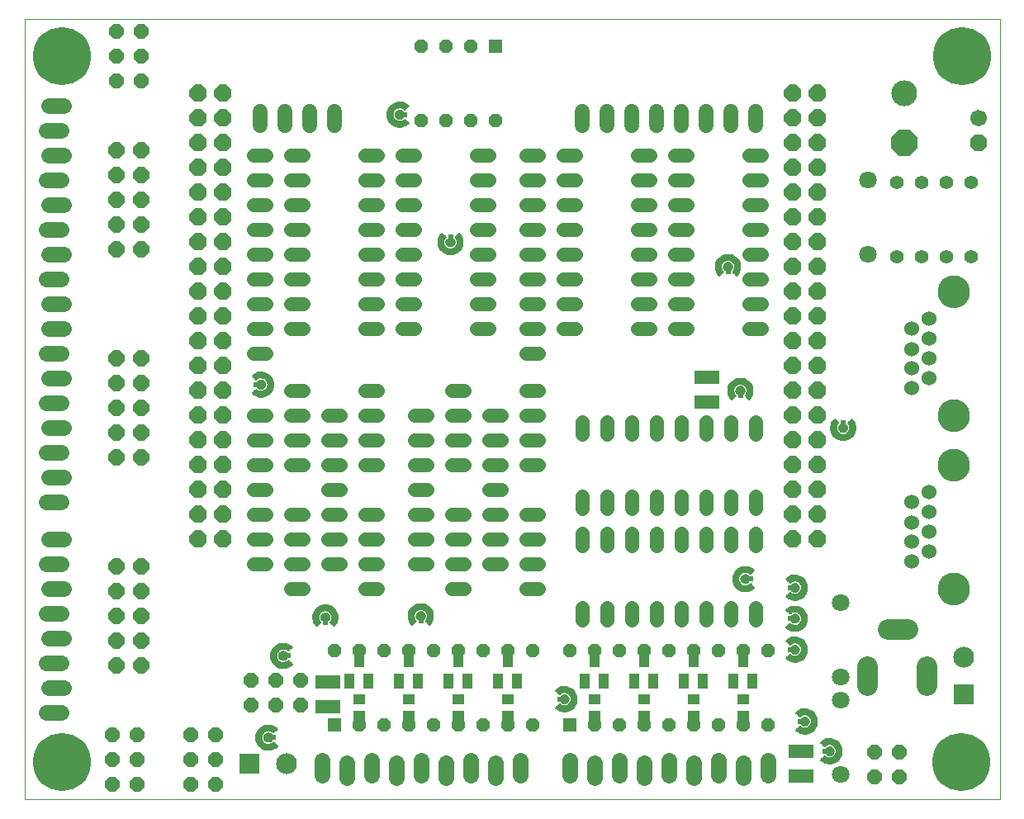
<source format=gbs>
G75*
%MOIN*%
%OFA0B0*%
%FSLAX25Y25*%
%IPPOS*%
%LPD*%
%AMOC8*
5,1,8,0,0,1.08239X$1,22.5*
%
%ADD10C,0.00000*%
%ADD11OC8,0.07000*%
%ADD12C,0.23400*%
%ADD13C,0.08274*%
%ADD14C,0.06000*%
%ADD15C,0.12998*%
%ADD16R,0.05600X0.05600*%
%ADD17OC8,0.05600*%
%ADD18C,0.05600*%
%ADD19C,0.06400*%
%ADD20C,0.10400*%
%ADD21OC8,0.10400*%
%ADD22C,0.07093*%
%ADD23OC8,0.06700*%
%ADD24C,0.06700*%
%ADD25OC8,0.06000*%
%ADD26R,0.04400X0.02400*%
%ADD27R,0.02000X0.03600*%
%ADD28C,0.00500*%
%ADD29R,0.10400X0.05400*%
%ADD30R,0.02400X0.04400*%
%ADD31R,0.03600X0.02000*%
%ADD32C,0.06000*%
%ADD33C,0.05600*%
%ADD34OC8,0.06337*%
%ADD35R,0.04337X0.05912*%
%ADD36R,0.04731X0.04337*%
%ADD37R,0.08400X0.08400*%
%ADD38C,0.08400*%
D10*
X0003000Y0106000D02*
X0003000Y0420961D01*
X0396701Y0420961D01*
X0396701Y0106000D01*
X0003000Y0106000D01*
X0371701Y0191000D02*
X0371703Y0191158D01*
X0371709Y0191316D01*
X0371719Y0191474D01*
X0371733Y0191632D01*
X0371751Y0191789D01*
X0371772Y0191946D01*
X0371798Y0192102D01*
X0371828Y0192258D01*
X0371861Y0192413D01*
X0371899Y0192566D01*
X0371940Y0192719D01*
X0371985Y0192871D01*
X0372034Y0193022D01*
X0372087Y0193171D01*
X0372143Y0193319D01*
X0372203Y0193465D01*
X0372267Y0193610D01*
X0372335Y0193753D01*
X0372406Y0193895D01*
X0372480Y0194035D01*
X0372558Y0194172D01*
X0372640Y0194308D01*
X0372724Y0194442D01*
X0372813Y0194573D01*
X0372904Y0194702D01*
X0372999Y0194829D01*
X0373096Y0194954D01*
X0373197Y0195076D01*
X0373301Y0195195D01*
X0373408Y0195312D01*
X0373518Y0195426D01*
X0373631Y0195537D01*
X0373746Y0195646D01*
X0373864Y0195751D01*
X0373985Y0195853D01*
X0374108Y0195953D01*
X0374234Y0196049D01*
X0374362Y0196142D01*
X0374492Y0196232D01*
X0374625Y0196318D01*
X0374760Y0196402D01*
X0374896Y0196481D01*
X0375035Y0196558D01*
X0375176Y0196630D01*
X0375318Y0196700D01*
X0375462Y0196765D01*
X0375608Y0196827D01*
X0375755Y0196885D01*
X0375904Y0196940D01*
X0376054Y0196991D01*
X0376205Y0197038D01*
X0376357Y0197081D01*
X0376510Y0197120D01*
X0376665Y0197156D01*
X0376820Y0197187D01*
X0376976Y0197215D01*
X0377132Y0197239D01*
X0377289Y0197259D01*
X0377447Y0197275D01*
X0377604Y0197287D01*
X0377763Y0197295D01*
X0377921Y0197299D01*
X0378079Y0197299D01*
X0378237Y0197295D01*
X0378396Y0197287D01*
X0378553Y0197275D01*
X0378711Y0197259D01*
X0378868Y0197239D01*
X0379024Y0197215D01*
X0379180Y0197187D01*
X0379335Y0197156D01*
X0379490Y0197120D01*
X0379643Y0197081D01*
X0379795Y0197038D01*
X0379946Y0196991D01*
X0380096Y0196940D01*
X0380245Y0196885D01*
X0380392Y0196827D01*
X0380538Y0196765D01*
X0380682Y0196700D01*
X0380824Y0196630D01*
X0380965Y0196558D01*
X0381104Y0196481D01*
X0381240Y0196402D01*
X0381375Y0196318D01*
X0381508Y0196232D01*
X0381638Y0196142D01*
X0381766Y0196049D01*
X0381892Y0195953D01*
X0382015Y0195853D01*
X0382136Y0195751D01*
X0382254Y0195646D01*
X0382369Y0195537D01*
X0382482Y0195426D01*
X0382592Y0195312D01*
X0382699Y0195195D01*
X0382803Y0195076D01*
X0382904Y0194954D01*
X0383001Y0194829D01*
X0383096Y0194702D01*
X0383187Y0194573D01*
X0383276Y0194442D01*
X0383360Y0194308D01*
X0383442Y0194172D01*
X0383520Y0194035D01*
X0383594Y0193895D01*
X0383665Y0193753D01*
X0383733Y0193610D01*
X0383797Y0193465D01*
X0383857Y0193319D01*
X0383913Y0193171D01*
X0383966Y0193022D01*
X0384015Y0192871D01*
X0384060Y0192719D01*
X0384101Y0192566D01*
X0384139Y0192413D01*
X0384172Y0192258D01*
X0384202Y0192102D01*
X0384228Y0191946D01*
X0384249Y0191789D01*
X0384267Y0191632D01*
X0384281Y0191474D01*
X0384291Y0191316D01*
X0384297Y0191158D01*
X0384299Y0191000D01*
X0384297Y0190842D01*
X0384291Y0190684D01*
X0384281Y0190526D01*
X0384267Y0190368D01*
X0384249Y0190211D01*
X0384228Y0190054D01*
X0384202Y0189898D01*
X0384172Y0189742D01*
X0384139Y0189587D01*
X0384101Y0189434D01*
X0384060Y0189281D01*
X0384015Y0189129D01*
X0383966Y0188978D01*
X0383913Y0188829D01*
X0383857Y0188681D01*
X0383797Y0188535D01*
X0383733Y0188390D01*
X0383665Y0188247D01*
X0383594Y0188105D01*
X0383520Y0187965D01*
X0383442Y0187828D01*
X0383360Y0187692D01*
X0383276Y0187558D01*
X0383187Y0187427D01*
X0383096Y0187298D01*
X0383001Y0187171D01*
X0382904Y0187046D01*
X0382803Y0186924D01*
X0382699Y0186805D01*
X0382592Y0186688D01*
X0382482Y0186574D01*
X0382369Y0186463D01*
X0382254Y0186354D01*
X0382136Y0186249D01*
X0382015Y0186147D01*
X0381892Y0186047D01*
X0381766Y0185951D01*
X0381638Y0185858D01*
X0381508Y0185768D01*
X0381375Y0185682D01*
X0381240Y0185598D01*
X0381104Y0185519D01*
X0380965Y0185442D01*
X0380824Y0185370D01*
X0380682Y0185300D01*
X0380538Y0185235D01*
X0380392Y0185173D01*
X0380245Y0185115D01*
X0380096Y0185060D01*
X0379946Y0185009D01*
X0379795Y0184962D01*
X0379643Y0184919D01*
X0379490Y0184880D01*
X0379335Y0184844D01*
X0379180Y0184813D01*
X0379024Y0184785D01*
X0378868Y0184761D01*
X0378711Y0184741D01*
X0378553Y0184725D01*
X0378396Y0184713D01*
X0378237Y0184705D01*
X0378079Y0184701D01*
X0377921Y0184701D01*
X0377763Y0184705D01*
X0377604Y0184713D01*
X0377447Y0184725D01*
X0377289Y0184741D01*
X0377132Y0184761D01*
X0376976Y0184785D01*
X0376820Y0184813D01*
X0376665Y0184844D01*
X0376510Y0184880D01*
X0376357Y0184919D01*
X0376205Y0184962D01*
X0376054Y0185009D01*
X0375904Y0185060D01*
X0375755Y0185115D01*
X0375608Y0185173D01*
X0375462Y0185235D01*
X0375318Y0185300D01*
X0375176Y0185370D01*
X0375035Y0185442D01*
X0374896Y0185519D01*
X0374760Y0185598D01*
X0374625Y0185682D01*
X0374492Y0185768D01*
X0374362Y0185858D01*
X0374234Y0185951D01*
X0374108Y0186047D01*
X0373985Y0186147D01*
X0373864Y0186249D01*
X0373746Y0186354D01*
X0373631Y0186463D01*
X0373518Y0186574D01*
X0373408Y0186688D01*
X0373301Y0186805D01*
X0373197Y0186924D01*
X0373096Y0187046D01*
X0372999Y0187171D01*
X0372904Y0187298D01*
X0372813Y0187427D01*
X0372724Y0187558D01*
X0372640Y0187692D01*
X0372558Y0187828D01*
X0372480Y0187965D01*
X0372406Y0188105D01*
X0372335Y0188247D01*
X0372267Y0188390D01*
X0372203Y0188535D01*
X0372143Y0188681D01*
X0372087Y0188829D01*
X0372034Y0188978D01*
X0371985Y0189129D01*
X0371940Y0189281D01*
X0371899Y0189434D01*
X0371861Y0189587D01*
X0371828Y0189742D01*
X0371798Y0189898D01*
X0371772Y0190054D01*
X0371751Y0190211D01*
X0371733Y0190368D01*
X0371719Y0190526D01*
X0371709Y0190684D01*
X0371703Y0190842D01*
X0371701Y0191000D01*
X0371701Y0241000D02*
X0371703Y0241158D01*
X0371709Y0241316D01*
X0371719Y0241474D01*
X0371733Y0241632D01*
X0371751Y0241789D01*
X0371772Y0241946D01*
X0371798Y0242102D01*
X0371828Y0242258D01*
X0371861Y0242413D01*
X0371899Y0242566D01*
X0371940Y0242719D01*
X0371985Y0242871D01*
X0372034Y0243022D01*
X0372087Y0243171D01*
X0372143Y0243319D01*
X0372203Y0243465D01*
X0372267Y0243610D01*
X0372335Y0243753D01*
X0372406Y0243895D01*
X0372480Y0244035D01*
X0372558Y0244172D01*
X0372640Y0244308D01*
X0372724Y0244442D01*
X0372813Y0244573D01*
X0372904Y0244702D01*
X0372999Y0244829D01*
X0373096Y0244954D01*
X0373197Y0245076D01*
X0373301Y0245195D01*
X0373408Y0245312D01*
X0373518Y0245426D01*
X0373631Y0245537D01*
X0373746Y0245646D01*
X0373864Y0245751D01*
X0373985Y0245853D01*
X0374108Y0245953D01*
X0374234Y0246049D01*
X0374362Y0246142D01*
X0374492Y0246232D01*
X0374625Y0246318D01*
X0374760Y0246402D01*
X0374896Y0246481D01*
X0375035Y0246558D01*
X0375176Y0246630D01*
X0375318Y0246700D01*
X0375462Y0246765D01*
X0375608Y0246827D01*
X0375755Y0246885D01*
X0375904Y0246940D01*
X0376054Y0246991D01*
X0376205Y0247038D01*
X0376357Y0247081D01*
X0376510Y0247120D01*
X0376665Y0247156D01*
X0376820Y0247187D01*
X0376976Y0247215D01*
X0377132Y0247239D01*
X0377289Y0247259D01*
X0377447Y0247275D01*
X0377604Y0247287D01*
X0377763Y0247295D01*
X0377921Y0247299D01*
X0378079Y0247299D01*
X0378237Y0247295D01*
X0378396Y0247287D01*
X0378553Y0247275D01*
X0378711Y0247259D01*
X0378868Y0247239D01*
X0379024Y0247215D01*
X0379180Y0247187D01*
X0379335Y0247156D01*
X0379490Y0247120D01*
X0379643Y0247081D01*
X0379795Y0247038D01*
X0379946Y0246991D01*
X0380096Y0246940D01*
X0380245Y0246885D01*
X0380392Y0246827D01*
X0380538Y0246765D01*
X0380682Y0246700D01*
X0380824Y0246630D01*
X0380965Y0246558D01*
X0381104Y0246481D01*
X0381240Y0246402D01*
X0381375Y0246318D01*
X0381508Y0246232D01*
X0381638Y0246142D01*
X0381766Y0246049D01*
X0381892Y0245953D01*
X0382015Y0245853D01*
X0382136Y0245751D01*
X0382254Y0245646D01*
X0382369Y0245537D01*
X0382482Y0245426D01*
X0382592Y0245312D01*
X0382699Y0245195D01*
X0382803Y0245076D01*
X0382904Y0244954D01*
X0383001Y0244829D01*
X0383096Y0244702D01*
X0383187Y0244573D01*
X0383276Y0244442D01*
X0383360Y0244308D01*
X0383442Y0244172D01*
X0383520Y0244035D01*
X0383594Y0243895D01*
X0383665Y0243753D01*
X0383733Y0243610D01*
X0383797Y0243465D01*
X0383857Y0243319D01*
X0383913Y0243171D01*
X0383966Y0243022D01*
X0384015Y0242871D01*
X0384060Y0242719D01*
X0384101Y0242566D01*
X0384139Y0242413D01*
X0384172Y0242258D01*
X0384202Y0242102D01*
X0384228Y0241946D01*
X0384249Y0241789D01*
X0384267Y0241632D01*
X0384281Y0241474D01*
X0384291Y0241316D01*
X0384297Y0241158D01*
X0384299Y0241000D01*
X0384297Y0240842D01*
X0384291Y0240684D01*
X0384281Y0240526D01*
X0384267Y0240368D01*
X0384249Y0240211D01*
X0384228Y0240054D01*
X0384202Y0239898D01*
X0384172Y0239742D01*
X0384139Y0239587D01*
X0384101Y0239434D01*
X0384060Y0239281D01*
X0384015Y0239129D01*
X0383966Y0238978D01*
X0383913Y0238829D01*
X0383857Y0238681D01*
X0383797Y0238535D01*
X0383733Y0238390D01*
X0383665Y0238247D01*
X0383594Y0238105D01*
X0383520Y0237965D01*
X0383442Y0237828D01*
X0383360Y0237692D01*
X0383276Y0237558D01*
X0383187Y0237427D01*
X0383096Y0237298D01*
X0383001Y0237171D01*
X0382904Y0237046D01*
X0382803Y0236924D01*
X0382699Y0236805D01*
X0382592Y0236688D01*
X0382482Y0236574D01*
X0382369Y0236463D01*
X0382254Y0236354D01*
X0382136Y0236249D01*
X0382015Y0236147D01*
X0381892Y0236047D01*
X0381766Y0235951D01*
X0381638Y0235858D01*
X0381508Y0235768D01*
X0381375Y0235682D01*
X0381240Y0235598D01*
X0381104Y0235519D01*
X0380965Y0235442D01*
X0380824Y0235370D01*
X0380682Y0235300D01*
X0380538Y0235235D01*
X0380392Y0235173D01*
X0380245Y0235115D01*
X0380096Y0235060D01*
X0379946Y0235009D01*
X0379795Y0234962D01*
X0379643Y0234919D01*
X0379490Y0234880D01*
X0379335Y0234844D01*
X0379180Y0234813D01*
X0379024Y0234785D01*
X0378868Y0234761D01*
X0378711Y0234741D01*
X0378553Y0234725D01*
X0378396Y0234713D01*
X0378237Y0234705D01*
X0378079Y0234701D01*
X0377921Y0234701D01*
X0377763Y0234705D01*
X0377604Y0234713D01*
X0377447Y0234725D01*
X0377289Y0234741D01*
X0377132Y0234761D01*
X0376976Y0234785D01*
X0376820Y0234813D01*
X0376665Y0234844D01*
X0376510Y0234880D01*
X0376357Y0234919D01*
X0376205Y0234962D01*
X0376054Y0235009D01*
X0375904Y0235060D01*
X0375755Y0235115D01*
X0375608Y0235173D01*
X0375462Y0235235D01*
X0375318Y0235300D01*
X0375176Y0235370D01*
X0375035Y0235442D01*
X0374896Y0235519D01*
X0374760Y0235598D01*
X0374625Y0235682D01*
X0374492Y0235768D01*
X0374362Y0235858D01*
X0374234Y0235951D01*
X0374108Y0236047D01*
X0373985Y0236147D01*
X0373864Y0236249D01*
X0373746Y0236354D01*
X0373631Y0236463D01*
X0373518Y0236574D01*
X0373408Y0236688D01*
X0373301Y0236805D01*
X0373197Y0236924D01*
X0373096Y0237046D01*
X0372999Y0237171D01*
X0372904Y0237298D01*
X0372813Y0237427D01*
X0372724Y0237558D01*
X0372640Y0237692D01*
X0372558Y0237828D01*
X0372480Y0237965D01*
X0372406Y0238105D01*
X0372335Y0238247D01*
X0372267Y0238390D01*
X0372203Y0238535D01*
X0372143Y0238681D01*
X0372087Y0238829D01*
X0372034Y0238978D01*
X0371985Y0239129D01*
X0371940Y0239281D01*
X0371899Y0239434D01*
X0371861Y0239587D01*
X0371828Y0239742D01*
X0371798Y0239898D01*
X0371772Y0240054D01*
X0371751Y0240211D01*
X0371733Y0240368D01*
X0371719Y0240526D01*
X0371709Y0240684D01*
X0371703Y0240842D01*
X0371701Y0241000D01*
X0371701Y0261000D02*
X0371703Y0261158D01*
X0371709Y0261316D01*
X0371719Y0261474D01*
X0371733Y0261632D01*
X0371751Y0261789D01*
X0371772Y0261946D01*
X0371798Y0262102D01*
X0371828Y0262258D01*
X0371861Y0262413D01*
X0371899Y0262566D01*
X0371940Y0262719D01*
X0371985Y0262871D01*
X0372034Y0263022D01*
X0372087Y0263171D01*
X0372143Y0263319D01*
X0372203Y0263465D01*
X0372267Y0263610D01*
X0372335Y0263753D01*
X0372406Y0263895D01*
X0372480Y0264035D01*
X0372558Y0264172D01*
X0372640Y0264308D01*
X0372724Y0264442D01*
X0372813Y0264573D01*
X0372904Y0264702D01*
X0372999Y0264829D01*
X0373096Y0264954D01*
X0373197Y0265076D01*
X0373301Y0265195D01*
X0373408Y0265312D01*
X0373518Y0265426D01*
X0373631Y0265537D01*
X0373746Y0265646D01*
X0373864Y0265751D01*
X0373985Y0265853D01*
X0374108Y0265953D01*
X0374234Y0266049D01*
X0374362Y0266142D01*
X0374492Y0266232D01*
X0374625Y0266318D01*
X0374760Y0266402D01*
X0374896Y0266481D01*
X0375035Y0266558D01*
X0375176Y0266630D01*
X0375318Y0266700D01*
X0375462Y0266765D01*
X0375608Y0266827D01*
X0375755Y0266885D01*
X0375904Y0266940D01*
X0376054Y0266991D01*
X0376205Y0267038D01*
X0376357Y0267081D01*
X0376510Y0267120D01*
X0376665Y0267156D01*
X0376820Y0267187D01*
X0376976Y0267215D01*
X0377132Y0267239D01*
X0377289Y0267259D01*
X0377447Y0267275D01*
X0377604Y0267287D01*
X0377763Y0267295D01*
X0377921Y0267299D01*
X0378079Y0267299D01*
X0378237Y0267295D01*
X0378396Y0267287D01*
X0378553Y0267275D01*
X0378711Y0267259D01*
X0378868Y0267239D01*
X0379024Y0267215D01*
X0379180Y0267187D01*
X0379335Y0267156D01*
X0379490Y0267120D01*
X0379643Y0267081D01*
X0379795Y0267038D01*
X0379946Y0266991D01*
X0380096Y0266940D01*
X0380245Y0266885D01*
X0380392Y0266827D01*
X0380538Y0266765D01*
X0380682Y0266700D01*
X0380824Y0266630D01*
X0380965Y0266558D01*
X0381104Y0266481D01*
X0381240Y0266402D01*
X0381375Y0266318D01*
X0381508Y0266232D01*
X0381638Y0266142D01*
X0381766Y0266049D01*
X0381892Y0265953D01*
X0382015Y0265853D01*
X0382136Y0265751D01*
X0382254Y0265646D01*
X0382369Y0265537D01*
X0382482Y0265426D01*
X0382592Y0265312D01*
X0382699Y0265195D01*
X0382803Y0265076D01*
X0382904Y0264954D01*
X0383001Y0264829D01*
X0383096Y0264702D01*
X0383187Y0264573D01*
X0383276Y0264442D01*
X0383360Y0264308D01*
X0383442Y0264172D01*
X0383520Y0264035D01*
X0383594Y0263895D01*
X0383665Y0263753D01*
X0383733Y0263610D01*
X0383797Y0263465D01*
X0383857Y0263319D01*
X0383913Y0263171D01*
X0383966Y0263022D01*
X0384015Y0262871D01*
X0384060Y0262719D01*
X0384101Y0262566D01*
X0384139Y0262413D01*
X0384172Y0262258D01*
X0384202Y0262102D01*
X0384228Y0261946D01*
X0384249Y0261789D01*
X0384267Y0261632D01*
X0384281Y0261474D01*
X0384291Y0261316D01*
X0384297Y0261158D01*
X0384299Y0261000D01*
X0384297Y0260842D01*
X0384291Y0260684D01*
X0384281Y0260526D01*
X0384267Y0260368D01*
X0384249Y0260211D01*
X0384228Y0260054D01*
X0384202Y0259898D01*
X0384172Y0259742D01*
X0384139Y0259587D01*
X0384101Y0259434D01*
X0384060Y0259281D01*
X0384015Y0259129D01*
X0383966Y0258978D01*
X0383913Y0258829D01*
X0383857Y0258681D01*
X0383797Y0258535D01*
X0383733Y0258390D01*
X0383665Y0258247D01*
X0383594Y0258105D01*
X0383520Y0257965D01*
X0383442Y0257828D01*
X0383360Y0257692D01*
X0383276Y0257558D01*
X0383187Y0257427D01*
X0383096Y0257298D01*
X0383001Y0257171D01*
X0382904Y0257046D01*
X0382803Y0256924D01*
X0382699Y0256805D01*
X0382592Y0256688D01*
X0382482Y0256574D01*
X0382369Y0256463D01*
X0382254Y0256354D01*
X0382136Y0256249D01*
X0382015Y0256147D01*
X0381892Y0256047D01*
X0381766Y0255951D01*
X0381638Y0255858D01*
X0381508Y0255768D01*
X0381375Y0255682D01*
X0381240Y0255598D01*
X0381104Y0255519D01*
X0380965Y0255442D01*
X0380824Y0255370D01*
X0380682Y0255300D01*
X0380538Y0255235D01*
X0380392Y0255173D01*
X0380245Y0255115D01*
X0380096Y0255060D01*
X0379946Y0255009D01*
X0379795Y0254962D01*
X0379643Y0254919D01*
X0379490Y0254880D01*
X0379335Y0254844D01*
X0379180Y0254813D01*
X0379024Y0254785D01*
X0378868Y0254761D01*
X0378711Y0254741D01*
X0378553Y0254725D01*
X0378396Y0254713D01*
X0378237Y0254705D01*
X0378079Y0254701D01*
X0377921Y0254701D01*
X0377763Y0254705D01*
X0377604Y0254713D01*
X0377447Y0254725D01*
X0377289Y0254741D01*
X0377132Y0254761D01*
X0376976Y0254785D01*
X0376820Y0254813D01*
X0376665Y0254844D01*
X0376510Y0254880D01*
X0376357Y0254919D01*
X0376205Y0254962D01*
X0376054Y0255009D01*
X0375904Y0255060D01*
X0375755Y0255115D01*
X0375608Y0255173D01*
X0375462Y0255235D01*
X0375318Y0255300D01*
X0375176Y0255370D01*
X0375035Y0255442D01*
X0374896Y0255519D01*
X0374760Y0255598D01*
X0374625Y0255682D01*
X0374492Y0255768D01*
X0374362Y0255858D01*
X0374234Y0255951D01*
X0374108Y0256047D01*
X0373985Y0256147D01*
X0373864Y0256249D01*
X0373746Y0256354D01*
X0373631Y0256463D01*
X0373518Y0256574D01*
X0373408Y0256688D01*
X0373301Y0256805D01*
X0373197Y0256924D01*
X0373096Y0257046D01*
X0372999Y0257171D01*
X0372904Y0257298D01*
X0372813Y0257427D01*
X0372724Y0257558D01*
X0372640Y0257692D01*
X0372558Y0257828D01*
X0372480Y0257965D01*
X0372406Y0258105D01*
X0372335Y0258247D01*
X0372267Y0258390D01*
X0372203Y0258535D01*
X0372143Y0258681D01*
X0372087Y0258829D01*
X0372034Y0258978D01*
X0371985Y0259129D01*
X0371940Y0259281D01*
X0371899Y0259434D01*
X0371861Y0259587D01*
X0371828Y0259742D01*
X0371798Y0259898D01*
X0371772Y0260054D01*
X0371751Y0260211D01*
X0371733Y0260368D01*
X0371719Y0260526D01*
X0371709Y0260684D01*
X0371703Y0260842D01*
X0371701Y0261000D01*
X0371701Y0311000D02*
X0371703Y0311158D01*
X0371709Y0311316D01*
X0371719Y0311474D01*
X0371733Y0311632D01*
X0371751Y0311789D01*
X0371772Y0311946D01*
X0371798Y0312102D01*
X0371828Y0312258D01*
X0371861Y0312413D01*
X0371899Y0312566D01*
X0371940Y0312719D01*
X0371985Y0312871D01*
X0372034Y0313022D01*
X0372087Y0313171D01*
X0372143Y0313319D01*
X0372203Y0313465D01*
X0372267Y0313610D01*
X0372335Y0313753D01*
X0372406Y0313895D01*
X0372480Y0314035D01*
X0372558Y0314172D01*
X0372640Y0314308D01*
X0372724Y0314442D01*
X0372813Y0314573D01*
X0372904Y0314702D01*
X0372999Y0314829D01*
X0373096Y0314954D01*
X0373197Y0315076D01*
X0373301Y0315195D01*
X0373408Y0315312D01*
X0373518Y0315426D01*
X0373631Y0315537D01*
X0373746Y0315646D01*
X0373864Y0315751D01*
X0373985Y0315853D01*
X0374108Y0315953D01*
X0374234Y0316049D01*
X0374362Y0316142D01*
X0374492Y0316232D01*
X0374625Y0316318D01*
X0374760Y0316402D01*
X0374896Y0316481D01*
X0375035Y0316558D01*
X0375176Y0316630D01*
X0375318Y0316700D01*
X0375462Y0316765D01*
X0375608Y0316827D01*
X0375755Y0316885D01*
X0375904Y0316940D01*
X0376054Y0316991D01*
X0376205Y0317038D01*
X0376357Y0317081D01*
X0376510Y0317120D01*
X0376665Y0317156D01*
X0376820Y0317187D01*
X0376976Y0317215D01*
X0377132Y0317239D01*
X0377289Y0317259D01*
X0377447Y0317275D01*
X0377604Y0317287D01*
X0377763Y0317295D01*
X0377921Y0317299D01*
X0378079Y0317299D01*
X0378237Y0317295D01*
X0378396Y0317287D01*
X0378553Y0317275D01*
X0378711Y0317259D01*
X0378868Y0317239D01*
X0379024Y0317215D01*
X0379180Y0317187D01*
X0379335Y0317156D01*
X0379490Y0317120D01*
X0379643Y0317081D01*
X0379795Y0317038D01*
X0379946Y0316991D01*
X0380096Y0316940D01*
X0380245Y0316885D01*
X0380392Y0316827D01*
X0380538Y0316765D01*
X0380682Y0316700D01*
X0380824Y0316630D01*
X0380965Y0316558D01*
X0381104Y0316481D01*
X0381240Y0316402D01*
X0381375Y0316318D01*
X0381508Y0316232D01*
X0381638Y0316142D01*
X0381766Y0316049D01*
X0381892Y0315953D01*
X0382015Y0315853D01*
X0382136Y0315751D01*
X0382254Y0315646D01*
X0382369Y0315537D01*
X0382482Y0315426D01*
X0382592Y0315312D01*
X0382699Y0315195D01*
X0382803Y0315076D01*
X0382904Y0314954D01*
X0383001Y0314829D01*
X0383096Y0314702D01*
X0383187Y0314573D01*
X0383276Y0314442D01*
X0383360Y0314308D01*
X0383442Y0314172D01*
X0383520Y0314035D01*
X0383594Y0313895D01*
X0383665Y0313753D01*
X0383733Y0313610D01*
X0383797Y0313465D01*
X0383857Y0313319D01*
X0383913Y0313171D01*
X0383966Y0313022D01*
X0384015Y0312871D01*
X0384060Y0312719D01*
X0384101Y0312566D01*
X0384139Y0312413D01*
X0384172Y0312258D01*
X0384202Y0312102D01*
X0384228Y0311946D01*
X0384249Y0311789D01*
X0384267Y0311632D01*
X0384281Y0311474D01*
X0384291Y0311316D01*
X0384297Y0311158D01*
X0384299Y0311000D01*
X0384297Y0310842D01*
X0384291Y0310684D01*
X0384281Y0310526D01*
X0384267Y0310368D01*
X0384249Y0310211D01*
X0384228Y0310054D01*
X0384202Y0309898D01*
X0384172Y0309742D01*
X0384139Y0309587D01*
X0384101Y0309434D01*
X0384060Y0309281D01*
X0384015Y0309129D01*
X0383966Y0308978D01*
X0383913Y0308829D01*
X0383857Y0308681D01*
X0383797Y0308535D01*
X0383733Y0308390D01*
X0383665Y0308247D01*
X0383594Y0308105D01*
X0383520Y0307965D01*
X0383442Y0307828D01*
X0383360Y0307692D01*
X0383276Y0307558D01*
X0383187Y0307427D01*
X0383096Y0307298D01*
X0383001Y0307171D01*
X0382904Y0307046D01*
X0382803Y0306924D01*
X0382699Y0306805D01*
X0382592Y0306688D01*
X0382482Y0306574D01*
X0382369Y0306463D01*
X0382254Y0306354D01*
X0382136Y0306249D01*
X0382015Y0306147D01*
X0381892Y0306047D01*
X0381766Y0305951D01*
X0381638Y0305858D01*
X0381508Y0305768D01*
X0381375Y0305682D01*
X0381240Y0305598D01*
X0381104Y0305519D01*
X0380965Y0305442D01*
X0380824Y0305370D01*
X0380682Y0305300D01*
X0380538Y0305235D01*
X0380392Y0305173D01*
X0380245Y0305115D01*
X0380096Y0305060D01*
X0379946Y0305009D01*
X0379795Y0304962D01*
X0379643Y0304919D01*
X0379490Y0304880D01*
X0379335Y0304844D01*
X0379180Y0304813D01*
X0379024Y0304785D01*
X0378868Y0304761D01*
X0378711Y0304741D01*
X0378553Y0304725D01*
X0378396Y0304713D01*
X0378237Y0304705D01*
X0378079Y0304701D01*
X0377921Y0304701D01*
X0377763Y0304705D01*
X0377604Y0304713D01*
X0377447Y0304725D01*
X0377289Y0304741D01*
X0377132Y0304761D01*
X0376976Y0304785D01*
X0376820Y0304813D01*
X0376665Y0304844D01*
X0376510Y0304880D01*
X0376357Y0304919D01*
X0376205Y0304962D01*
X0376054Y0305009D01*
X0375904Y0305060D01*
X0375755Y0305115D01*
X0375608Y0305173D01*
X0375462Y0305235D01*
X0375318Y0305300D01*
X0375176Y0305370D01*
X0375035Y0305442D01*
X0374896Y0305519D01*
X0374760Y0305598D01*
X0374625Y0305682D01*
X0374492Y0305768D01*
X0374362Y0305858D01*
X0374234Y0305951D01*
X0374108Y0306047D01*
X0373985Y0306147D01*
X0373864Y0306249D01*
X0373746Y0306354D01*
X0373631Y0306463D01*
X0373518Y0306574D01*
X0373408Y0306688D01*
X0373301Y0306805D01*
X0373197Y0306924D01*
X0373096Y0307046D01*
X0372999Y0307171D01*
X0372904Y0307298D01*
X0372813Y0307427D01*
X0372724Y0307558D01*
X0372640Y0307692D01*
X0372558Y0307828D01*
X0372480Y0307965D01*
X0372406Y0308105D01*
X0372335Y0308247D01*
X0372267Y0308390D01*
X0372203Y0308535D01*
X0372143Y0308681D01*
X0372087Y0308829D01*
X0372034Y0308978D01*
X0371985Y0309129D01*
X0371940Y0309281D01*
X0371899Y0309434D01*
X0371861Y0309587D01*
X0371828Y0309742D01*
X0371798Y0309898D01*
X0371772Y0310054D01*
X0371751Y0310211D01*
X0371733Y0310368D01*
X0371719Y0310526D01*
X0371709Y0310684D01*
X0371703Y0310842D01*
X0371701Y0311000D01*
D11*
X0323000Y0311000D03*
X0323000Y0301000D03*
X0323000Y0291000D03*
X0323000Y0281000D03*
X0323000Y0271000D03*
X0323000Y0261000D03*
X0323000Y0251000D03*
X0323000Y0241000D03*
X0323000Y0231000D03*
X0323000Y0221000D03*
X0323000Y0211000D03*
X0313000Y0211000D03*
X0313000Y0221000D03*
X0313000Y0231000D03*
X0313000Y0241000D03*
X0313000Y0251000D03*
X0313000Y0261000D03*
X0313000Y0271000D03*
X0313000Y0281000D03*
X0313000Y0291000D03*
X0313000Y0301000D03*
X0313000Y0311000D03*
X0313000Y0321000D03*
X0313000Y0331000D03*
X0313000Y0341000D03*
X0313000Y0351000D03*
X0313000Y0361000D03*
X0313000Y0371000D03*
X0313000Y0381000D03*
X0313000Y0391000D03*
X0323000Y0391000D03*
X0323000Y0381000D03*
X0323000Y0371000D03*
X0323000Y0361000D03*
X0323000Y0351000D03*
X0323000Y0341000D03*
X0323000Y0331000D03*
X0323000Y0321000D03*
X0083000Y0321000D03*
X0083000Y0311000D03*
X0083000Y0301000D03*
X0083000Y0291000D03*
X0083000Y0281000D03*
X0083000Y0271000D03*
X0083000Y0261000D03*
X0083000Y0251000D03*
X0083000Y0241000D03*
X0083000Y0231000D03*
X0083000Y0221000D03*
X0083000Y0211000D03*
X0073000Y0211000D03*
X0073000Y0221000D03*
X0073000Y0231000D03*
X0073000Y0241000D03*
X0073000Y0251000D03*
X0073000Y0261000D03*
X0073000Y0271000D03*
X0073000Y0281000D03*
X0073000Y0291000D03*
X0073000Y0301000D03*
X0073000Y0311000D03*
X0073000Y0321000D03*
X0073000Y0331000D03*
X0073000Y0341000D03*
X0073000Y0351000D03*
X0073000Y0361000D03*
X0073000Y0371000D03*
X0073000Y0381000D03*
X0073000Y0391000D03*
X0083000Y0391000D03*
X0083000Y0381000D03*
X0083000Y0371000D03*
X0083000Y0361000D03*
X0083000Y0351000D03*
X0083000Y0341000D03*
X0083000Y0331000D03*
D12*
X0018000Y0406000D03*
X0018000Y0121000D03*
X0381000Y0121000D03*
X0381500Y0406000D03*
D13*
X0359437Y0174898D02*
X0351563Y0174898D01*
X0343295Y0159937D02*
X0343295Y0152063D01*
X0367311Y0152063D02*
X0367311Y0159937D01*
D14*
X0360992Y0202004D03*
X0360992Y0210035D03*
X0360992Y0217949D03*
X0360992Y0225980D03*
X0368000Y0221965D03*
X0368000Y0214051D03*
X0368000Y0206020D03*
X0368000Y0229996D03*
X0360992Y0272004D03*
X0360992Y0280035D03*
X0360992Y0287949D03*
X0368000Y0284051D03*
X0368000Y0276020D03*
X0368000Y0291965D03*
X0368000Y0299996D03*
X0360992Y0295980D03*
D15*
X0378000Y0311000D03*
X0378000Y0261000D03*
X0378000Y0241000D03*
X0378000Y0191000D03*
D16*
X0223000Y0136000D03*
X0128000Y0136000D03*
X0193000Y0410000D03*
D17*
X0183000Y0410000D03*
X0173000Y0410000D03*
X0163000Y0410000D03*
X0163000Y0380000D03*
X0173000Y0380000D03*
X0183000Y0380000D03*
X0193000Y0380000D03*
X0188000Y0166000D03*
X0198000Y0166000D03*
X0208000Y0166000D03*
X0223000Y0166000D03*
X0233000Y0166000D03*
X0243000Y0166000D03*
X0253000Y0166000D03*
X0263000Y0166000D03*
X0273000Y0166000D03*
X0283000Y0166000D03*
X0293000Y0166000D03*
X0303000Y0166000D03*
X0303000Y0136000D03*
X0293000Y0136000D03*
X0283000Y0136000D03*
X0273000Y0136000D03*
X0263000Y0136000D03*
X0253000Y0136000D03*
X0243000Y0136000D03*
X0233000Y0136000D03*
X0208000Y0136000D03*
X0198000Y0136000D03*
X0188000Y0136000D03*
X0178000Y0136000D03*
X0168000Y0136000D03*
X0158000Y0136000D03*
X0148000Y0136000D03*
X0138000Y0136000D03*
X0138000Y0166000D03*
X0128000Y0166000D03*
X0148000Y0166000D03*
X0158000Y0166000D03*
X0168000Y0166000D03*
X0178000Y0166000D03*
D18*
X0180600Y0191000D02*
X0175400Y0191000D01*
X0175400Y0201000D02*
X0180600Y0201000D01*
X0190400Y0201000D02*
X0195600Y0201000D01*
X0195600Y0211000D02*
X0190400Y0211000D01*
X0180600Y0211000D02*
X0175400Y0211000D01*
X0165600Y0211000D02*
X0160400Y0211000D01*
X0160400Y0201000D02*
X0165600Y0201000D01*
X0165600Y0221000D02*
X0160400Y0221000D01*
X0160400Y0231000D02*
X0165600Y0231000D01*
X0165600Y0241000D02*
X0160400Y0241000D01*
X0160400Y0251000D02*
X0165600Y0251000D01*
X0175400Y0251000D02*
X0180600Y0251000D01*
X0190400Y0251000D02*
X0195600Y0251000D01*
X0195600Y0241000D02*
X0190400Y0241000D01*
X0180600Y0241000D02*
X0175400Y0241000D01*
X0190400Y0231000D02*
X0195600Y0231000D01*
X0195600Y0221000D02*
X0190400Y0221000D01*
X0180600Y0221000D02*
X0175400Y0221000D01*
X0145600Y0221000D02*
X0140400Y0221000D01*
X0140400Y0211000D02*
X0145600Y0211000D01*
X0145600Y0201000D02*
X0140400Y0201000D01*
X0140400Y0191000D02*
X0145600Y0191000D01*
X0130600Y0201000D02*
X0125400Y0201000D01*
X0125400Y0211000D02*
X0130600Y0211000D01*
X0130600Y0221000D02*
X0125400Y0221000D01*
X0125400Y0231000D02*
X0130600Y0231000D01*
X0130600Y0241000D02*
X0125400Y0241000D01*
X0125400Y0251000D02*
X0130600Y0251000D01*
X0130600Y0261000D02*
X0125400Y0261000D01*
X0115600Y0261000D02*
X0110400Y0261000D01*
X0100600Y0261000D02*
X0095400Y0261000D01*
X0095400Y0251000D02*
X0100600Y0251000D01*
X0110400Y0251000D02*
X0115600Y0251000D01*
X0115600Y0241000D02*
X0110400Y0241000D01*
X0100600Y0241000D02*
X0095400Y0241000D01*
X0095400Y0231000D02*
X0100600Y0231000D01*
X0100600Y0221000D02*
X0095400Y0221000D01*
X0095400Y0211000D02*
X0100600Y0211000D01*
X0110400Y0211000D02*
X0115600Y0211000D01*
X0115600Y0201000D02*
X0110400Y0201000D01*
X0100600Y0201000D02*
X0095400Y0201000D01*
X0110400Y0191000D02*
X0115600Y0191000D01*
X0115600Y0221000D02*
X0110400Y0221000D01*
X0140400Y0241000D02*
X0145600Y0241000D01*
X0145600Y0251000D02*
X0140400Y0251000D01*
X0140400Y0261000D02*
X0145600Y0261000D01*
X0145600Y0271000D02*
X0140400Y0271000D01*
X0160400Y0261000D02*
X0165600Y0261000D01*
X0175400Y0261000D02*
X0180600Y0261000D01*
X0190400Y0261000D02*
X0195600Y0261000D01*
X0205400Y0261000D02*
X0210600Y0261000D01*
X0210600Y0251000D02*
X0205400Y0251000D01*
X0205400Y0241000D02*
X0210600Y0241000D01*
X0210600Y0221000D02*
X0205400Y0221000D01*
X0205400Y0211000D02*
X0210600Y0211000D01*
X0210600Y0201000D02*
X0205400Y0201000D01*
X0205400Y0191000D02*
X0210600Y0191000D01*
X0228000Y0183600D02*
X0228000Y0178400D01*
X0238000Y0178400D02*
X0238000Y0183600D01*
X0248000Y0183600D02*
X0248000Y0178400D01*
X0258000Y0178400D02*
X0258000Y0183600D01*
X0268000Y0183600D02*
X0268000Y0178400D01*
X0278000Y0178400D02*
X0278000Y0183600D01*
X0288000Y0183600D02*
X0288000Y0178400D01*
X0298000Y0178400D02*
X0298000Y0183600D01*
X0298000Y0208400D02*
X0298000Y0213600D01*
X0298000Y0223400D02*
X0298000Y0228600D01*
X0288000Y0228600D02*
X0288000Y0223400D01*
X0288000Y0213600D02*
X0288000Y0208400D01*
X0278000Y0208400D02*
X0278000Y0213600D01*
X0278000Y0223400D02*
X0278000Y0228600D01*
X0268000Y0228600D02*
X0268000Y0223400D01*
X0268000Y0213600D02*
X0268000Y0208400D01*
X0258000Y0208400D02*
X0258000Y0213600D01*
X0258000Y0223400D02*
X0258000Y0228600D01*
X0248000Y0228600D02*
X0248000Y0223400D01*
X0248000Y0213600D02*
X0248000Y0208400D01*
X0238000Y0208400D02*
X0238000Y0213600D01*
X0238000Y0223400D02*
X0238000Y0228600D01*
X0228000Y0228600D02*
X0228000Y0223400D01*
X0228000Y0213600D02*
X0228000Y0208400D01*
X0228000Y0253400D02*
X0228000Y0258600D01*
X0238000Y0258600D02*
X0238000Y0253400D01*
X0248000Y0253400D02*
X0248000Y0258600D01*
X0258000Y0258600D02*
X0258000Y0253400D01*
X0268000Y0253400D02*
X0268000Y0258600D01*
X0278000Y0258600D02*
X0278000Y0253400D01*
X0288000Y0253400D02*
X0288000Y0258600D01*
X0298000Y0258600D02*
X0298000Y0253400D01*
X0295400Y0296000D02*
X0300600Y0296000D01*
X0300600Y0306000D02*
X0295400Y0306000D01*
X0295400Y0316000D02*
X0300600Y0316000D01*
X0300600Y0326000D02*
X0295400Y0326000D01*
X0295400Y0336000D02*
X0300600Y0336000D01*
X0300600Y0346000D02*
X0295400Y0346000D01*
X0295400Y0356000D02*
X0300600Y0356000D01*
X0300600Y0366000D02*
X0295400Y0366000D01*
X0270600Y0366000D02*
X0265400Y0366000D01*
X0265400Y0356000D02*
X0270600Y0356000D01*
X0270600Y0346000D02*
X0265400Y0346000D01*
X0265400Y0336000D02*
X0270600Y0336000D01*
X0270600Y0326000D02*
X0265400Y0326000D01*
X0265400Y0316000D02*
X0270600Y0316000D01*
X0270600Y0306000D02*
X0265400Y0306000D01*
X0265400Y0296000D02*
X0270600Y0296000D01*
X0255600Y0296000D02*
X0250400Y0296000D01*
X0250400Y0306000D02*
X0255600Y0306000D01*
X0255600Y0316000D02*
X0250400Y0316000D01*
X0250400Y0326000D02*
X0255600Y0326000D01*
X0255600Y0336000D02*
X0250400Y0336000D01*
X0250400Y0346000D02*
X0255600Y0346000D01*
X0255600Y0356000D02*
X0250400Y0356000D01*
X0250400Y0366000D02*
X0255600Y0366000D01*
X0225600Y0366000D02*
X0220400Y0366000D01*
X0220400Y0356000D02*
X0225600Y0356000D01*
X0225600Y0346000D02*
X0220400Y0346000D01*
X0220400Y0336000D02*
X0225600Y0336000D01*
X0225600Y0326000D02*
X0220400Y0326000D01*
X0220400Y0316000D02*
X0225600Y0316000D01*
X0225600Y0306000D02*
X0220400Y0306000D01*
X0220400Y0296000D02*
X0225600Y0296000D01*
X0210600Y0296000D02*
X0205400Y0296000D01*
X0205400Y0286000D02*
X0210600Y0286000D01*
X0210600Y0271000D02*
X0205400Y0271000D01*
X0190600Y0296000D02*
X0185400Y0296000D01*
X0185400Y0306000D02*
X0190600Y0306000D01*
X0190600Y0316000D02*
X0185400Y0316000D01*
X0185400Y0326000D02*
X0190600Y0326000D01*
X0190600Y0336000D02*
X0185400Y0336000D01*
X0185400Y0346000D02*
X0190600Y0346000D01*
X0190600Y0356000D02*
X0185400Y0356000D01*
X0185400Y0366000D02*
X0190600Y0366000D01*
X0205400Y0366000D02*
X0210600Y0366000D01*
X0210600Y0356000D02*
X0205400Y0356000D01*
X0205400Y0346000D02*
X0210600Y0346000D01*
X0210600Y0336000D02*
X0205400Y0336000D01*
X0205400Y0326000D02*
X0210600Y0326000D01*
X0210600Y0316000D02*
X0205400Y0316000D01*
X0205400Y0306000D02*
X0210600Y0306000D01*
X0180600Y0271000D02*
X0175400Y0271000D01*
X0160600Y0296000D02*
X0155400Y0296000D01*
X0145600Y0296000D02*
X0140400Y0296000D01*
X0140400Y0306000D02*
X0145600Y0306000D01*
X0155400Y0306000D02*
X0160600Y0306000D01*
X0160600Y0316000D02*
X0155400Y0316000D01*
X0145600Y0316000D02*
X0140400Y0316000D01*
X0140400Y0326000D02*
X0145600Y0326000D01*
X0155400Y0326000D02*
X0160600Y0326000D01*
X0160600Y0336000D02*
X0155400Y0336000D01*
X0155400Y0346000D02*
X0160600Y0346000D01*
X0160600Y0356000D02*
X0155400Y0356000D01*
X0145600Y0356000D02*
X0140400Y0356000D01*
X0140400Y0346000D02*
X0145600Y0346000D01*
X0145600Y0336000D02*
X0140400Y0336000D01*
X0140400Y0366000D02*
X0145600Y0366000D01*
X0155400Y0366000D02*
X0160600Y0366000D01*
X0115600Y0366000D02*
X0110400Y0366000D01*
X0100600Y0366000D02*
X0095400Y0366000D01*
X0095400Y0356000D02*
X0100600Y0356000D01*
X0110400Y0356000D02*
X0115600Y0356000D01*
X0115600Y0346000D02*
X0110400Y0346000D01*
X0110400Y0336000D02*
X0115600Y0336000D01*
X0115600Y0326000D02*
X0110400Y0326000D01*
X0100600Y0326000D02*
X0095400Y0326000D01*
X0095400Y0316000D02*
X0100600Y0316000D01*
X0110400Y0316000D02*
X0115600Y0316000D01*
X0115600Y0306000D02*
X0110400Y0306000D01*
X0100600Y0306000D02*
X0095400Y0306000D01*
X0095400Y0296000D02*
X0100600Y0296000D01*
X0110400Y0296000D02*
X0115600Y0296000D01*
X0100600Y0286000D02*
X0095400Y0286000D01*
X0110400Y0271000D02*
X0115600Y0271000D01*
X0100600Y0336000D02*
X0095400Y0336000D01*
X0095400Y0346000D02*
X0100600Y0346000D01*
D19*
X0018705Y0346000D02*
X0012705Y0346000D01*
X0011705Y0336000D02*
X0017705Y0336000D01*
X0018705Y0326000D02*
X0012705Y0326000D01*
X0011705Y0316000D02*
X0017705Y0316000D01*
X0018705Y0306000D02*
X0012705Y0306000D01*
X0012705Y0296000D02*
X0018705Y0296000D01*
X0017705Y0286000D02*
X0011705Y0286000D01*
X0012705Y0276000D02*
X0018705Y0276000D01*
X0017705Y0266000D02*
X0011705Y0266000D01*
X0012705Y0256000D02*
X0018705Y0256000D01*
X0017705Y0246000D02*
X0011705Y0246000D01*
X0012705Y0236000D02*
X0018705Y0236000D01*
X0017705Y0226000D02*
X0011705Y0226000D01*
X0012705Y0211000D02*
X0018705Y0211000D01*
X0017705Y0201000D02*
X0011705Y0201000D01*
X0012705Y0191000D02*
X0018705Y0191000D01*
X0017705Y0181000D02*
X0011705Y0181000D01*
X0012705Y0171000D02*
X0018705Y0171000D01*
X0017705Y0161000D02*
X0011705Y0161000D01*
X0012705Y0151000D02*
X0018705Y0151000D01*
X0017705Y0141000D02*
X0011705Y0141000D01*
X0123000Y0121705D02*
X0123000Y0115705D01*
X0133000Y0114705D02*
X0133000Y0120705D01*
X0143000Y0121705D02*
X0143000Y0115705D01*
X0153000Y0114705D02*
X0153000Y0120705D01*
X0163000Y0121705D02*
X0163000Y0115705D01*
X0173000Y0114705D02*
X0173000Y0120705D01*
X0183000Y0121705D02*
X0183000Y0115705D01*
X0193000Y0114705D02*
X0193000Y0120705D01*
X0203000Y0121705D02*
X0203000Y0115705D01*
X0223000Y0115705D02*
X0223000Y0121705D01*
X0233000Y0120705D02*
X0233000Y0114705D01*
X0243000Y0115705D02*
X0243000Y0121705D01*
X0253000Y0120705D02*
X0253000Y0114705D01*
X0263000Y0115705D02*
X0263000Y0121705D01*
X0273000Y0120705D02*
X0273000Y0114705D01*
X0283000Y0115705D02*
X0283000Y0121705D01*
X0293000Y0120705D02*
X0293000Y0114705D01*
X0303000Y0115705D02*
X0303000Y0121705D01*
X0017705Y0356000D02*
X0011705Y0356000D01*
X0012705Y0366000D02*
X0018705Y0366000D01*
X0017705Y0376000D02*
X0011705Y0376000D01*
X0012705Y0386000D02*
X0018705Y0386000D01*
D20*
X0358000Y0391000D03*
D21*
X0358000Y0371000D03*
D22*
X0343500Y0356000D03*
X0343500Y0326000D03*
X0332500Y0185500D03*
X0332500Y0155500D03*
X0332500Y0146000D03*
X0332500Y0116000D03*
D23*
X0388000Y0371000D03*
D24*
X0388000Y0381000D03*
D25*
X0356000Y0125000D03*
X0356000Y0115000D03*
X0346000Y0115000D03*
X0346000Y0125000D03*
X0114500Y0144000D03*
X0114500Y0154000D03*
X0104500Y0154000D03*
X0104500Y0144000D03*
X0094500Y0144000D03*
X0094500Y0154000D03*
X0080000Y0132000D03*
X0080000Y0122000D03*
X0080000Y0112000D03*
X0070000Y0112000D03*
X0070000Y0122000D03*
X0070000Y0132000D03*
X0048500Y0132000D03*
X0048500Y0122000D03*
X0048500Y0112000D03*
X0038500Y0112000D03*
X0038500Y0122000D03*
X0038500Y0132000D03*
X0040000Y0396000D03*
X0040000Y0406000D03*
X0040000Y0416000D03*
X0050000Y0416000D03*
X0050000Y0406000D03*
X0050000Y0396000D03*
D26*
X0097500Y0273500D03*
X0108500Y0164000D03*
X0102500Y0131000D03*
X0220000Y0146500D03*
X0295000Y0195000D03*
X0313000Y0191500D03*
X0313000Y0179000D03*
X0313000Y0166500D03*
X0317000Y0137500D03*
X0327000Y0125500D03*
X0155500Y0382500D03*
D27*
X0150500Y0382500D03*
X0102500Y0273500D03*
X0103500Y0164000D03*
X0097500Y0131000D03*
X0225000Y0146500D03*
X0290000Y0195000D03*
X0318000Y0191500D03*
X0318000Y0179000D03*
X0318000Y0166500D03*
X0322000Y0137500D03*
X0332000Y0125500D03*
D28*
X0332944Y0125442D02*
X0330822Y0125442D01*
X0330828Y0125500D02*
X0330764Y0124899D01*
X0330573Y0124325D01*
X0330264Y0123805D01*
X0329852Y0123362D01*
X0329356Y0123018D01*
X0328797Y0122786D01*
X0328202Y0122679D01*
X0327597Y0122700D01*
X0327012Y0122850D01*
X0326471Y0123121D01*
X0326000Y0123500D01*
X0324500Y0122000D01*
X0325188Y0121426D01*
X0325969Y0120986D01*
X0326815Y0120694D01*
X0327701Y0120559D01*
X0328597Y0120586D01*
X0329473Y0120774D01*
X0330300Y0121117D01*
X0331053Y0121604D01*
X0331705Y0122218D01*
X0332236Y0122939D01*
X0332628Y0123745D01*
X0332869Y0124608D01*
X0332950Y0125500D01*
X0332869Y0126392D01*
X0332628Y0127255D01*
X0332236Y0128061D01*
X0331705Y0128782D01*
X0331053Y0129396D01*
X0330300Y0129883D01*
X0329473Y0130226D01*
X0328597Y0130414D01*
X0327701Y0130441D01*
X0326815Y0130306D01*
X0325969Y0130014D01*
X0325188Y0129574D01*
X0324500Y0129000D01*
X0326000Y0127500D01*
X0326471Y0127879D01*
X0327012Y0128150D01*
X0327597Y0128300D01*
X0328202Y0128321D01*
X0328797Y0128214D01*
X0329356Y0127982D01*
X0329852Y0127638D01*
X0330264Y0127195D01*
X0330573Y0126675D01*
X0330764Y0126101D01*
X0330828Y0125500D01*
X0330781Y0125940D02*
X0332910Y0125940D01*
X0332856Y0126439D02*
X0330651Y0126439D01*
X0330417Y0126937D02*
X0332717Y0126937D01*
X0332540Y0127436D02*
X0330040Y0127436D01*
X0329425Y0127934D02*
X0332297Y0127934D01*
X0331962Y0128433D02*
X0325067Y0128433D01*
X0325566Y0127934D02*
X0326581Y0127934D01*
X0327113Y0126947D02*
X0326800Y0126700D01*
X0326800Y0126500D01*
X0326800Y0124500D01*
X0326800Y0124300D01*
X0327113Y0124053D01*
X0327476Y0123886D01*
X0327867Y0123808D01*
X0328265Y0123824D01*
X0328649Y0123932D01*
X0328998Y0124127D01*
X0329290Y0124398D01*
X0329512Y0124730D01*
X0329650Y0125104D01*
X0329697Y0125500D01*
X0329650Y0125896D01*
X0329512Y0126270D01*
X0329290Y0126602D01*
X0328998Y0126873D01*
X0328649Y0127068D01*
X0328265Y0127176D01*
X0327867Y0127192D01*
X0327476Y0127114D01*
X0327113Y0126947D01*
X0327101Y0126937D02*
X0328882Y0126937D01*
X0329399Y0126439D02*
X0326800Y0126439D01*
X0326800Y0125940D02*
X0329634Y0125940D01*
X0329690Y0125442D02*
X0326800Y0125442D01*
X0326800Y0124943D02*
X0329591Y0124943D01*
X0329322Y0124445D02*
X0326800Y0124445D01*
X0327345Y0123946D02*
X0328675Y0123946D01*
X0329191Y0122949D02*
X0332241Y0122949D01*
X0332484Y0123448D02*
X0329932Y0123448D01*
X0330348Y0123946D02*
X0332684Y0123946D01*
X0332823Y0124445D02*
X0330613Y0124445D01*
X0330769Y0124943D02*
X0332899Y0124943D01*
X0331877Y0122451D02*
X0324951Y0122451D01*
X0324557Y0121952D02*
X0331423Y0121952D01*
X0330821Y0121454D02*
X0325155Y0121454D01*
X0326058Y0120955D02*
X0329909Y0120955D01*
X0326813Y0122949D02*
X0325449Y0122949D01*
X0325948Y0123448D02*
X0326065Y0123448D01*
X0324568Y0128932D02*
X0331546Y0128932D01*
X0331001Y0129430D02*
X0325016Y0129430D01*
X0325818Y0129929D02*
X0330190Y0129929D01*
X0328153Y0130427D02*
X0327611Y0130427D01*
X0321850Y0134415D02*
X0314915Y0134415D01*
X0314500Y0134000D02*
X0315188Y0133426D01*
X0315969Y0132986D01*
X0316815Y0132694D01*
X0317701Y0132559D01*
X0318597Y0132586D01*
X0319473Y0132774D01*
X0320300Y0133117D01*
X0321053Y0133604D01*
X0321705Y0134218D01*
X0322236Y0134939D01*
X0322628Y0135745D01*
X0322869Y0136608D01*
X0322950Y0137500D01*
X0322869Y0138392D01*
X0322628Y0139255D01*
X0322236Y0140061D01*
X0321705Y0140782D01*
X0321053Y0141396D01*
X0320300Y0141883D01*
X0319473Y0142226D01*
X0318597Y0142414D01*
X0317701Y0142441D01*
X0316815Y0142306D01*
X0315969Y0142014D01*
X0315188Y0141574D01*
X0314500Y0141000D01*
X0316000Y0139500D01*
X0316471Y0139879D01*
X0317012Y0140150D01*
X0317597Y0140300D01*
X0318202Y0140321D01*
X0318797Y0140214D01*
X0319356Y0139982D01*
X0319852Y0139638D01*
X0320264Y0139195D01*
X0320573Y0138675D01*
X0320764Y0138101D01*
X0320828Y0137500D01*
X0320764Y0136899D01*
X0320573Y0136325D01*
X0320264Y0135805D01*
X0319852Y0135362D01*
X0319356Y0135018D01*
X0318797Y0134786D01*
X0318202Y0134679D01*
X0317597Y0134700D01*
X0317012Y0134850D01*
X0316471Y0135121D01*
X0316000Y0135500D01*
X0314500Y0134000D01*
X0314600Y0133917D02*
X0321385Y0133917D01*
X0320766Y0133418D02*
X0315203Y0133418D01*
X0316162Y0132920D02*
X0319823Y0132920D01*
X0319105Y0134914D02*
X0322217Y0134914D01*
X0322466Y0135412D02*
X0319899Y0135412D01*
X0320327Y0135911D02*
X0322674Y0135911D01*
X0322813Y0136409D02*
X0320601Y0136409D01*
X0320765Y0136908D02*
X0322896Y0136908D01*
X0322941Y0137406D02*
X0320818Y0137406D01*
X0320785Y0137905D02*
X0322913Y0137905D01*
X0322866Y0138403D02*
X0320663Y0138403D01*
X0320438Y0138902D02*
X0322727Y0138902D01*
X0322557Y0139400D02*
X0320073Y0139400D01*
X0319476Y0139899D02*
X0322315Y0139899D01*
X0321988Y0140397D02*
X0315103Y0140397D01*
X0315601Y0139899D02*
X0316509Y0139899D01*
X0317113Y0138947D02*
X0316800Y0138700D01*
X0316800Y0138500D01*
X0316800Y0136500D01*
X0316800Y0136300D01*
X0317113Y0136053D01*
X0317476Y0135886D01*
X0317867Y0135808D01*
X0318265Y0135824D01*
X0318649Y0135932D01*
X0318998Y0136127D01*
X0319290Y0136398D01*
X0319512Y0136730D01*
X0319650Y0137104D01*
X0319697Y0137500D01*
X0319650Y0137896D01*
X0319512Y0138270D01*
X0319290Y0138602D01*
X0318998Y0138873D01*
X0318649Y0139068D01*
X0318265Y0139176D01*
X0317867Y0139192D01*
X0317476Y0139114D01*
X0317113Y0138947D01*
X0317056Y0138902D02*
X0318946Y0138902D01*
X0319423Y0138403D02*
X0316800Y0138403D01*
X0316800Y0137905D02*
X0319647Y0137905D01*
X0319686Y0137406D02*
X0316800Y0137406D01*
X0316800Y0136908D02*
X0319578Y0136908D01*
X0319298Y0136409D02*
X0316800Y0136409D01*
X0317422Y0135911D02*
X0318573Y0135911D01*
X0316884Y0134914D02*
X0315414Y0134914D01*
X0315912Y0135412D02*
X0316109Y0135412D01*
X0314604Y0140896D02*
X0321584Y0140896D01*
X0321055Y0141394D02*
X0314973Y0141394D01*
X0315754Y0141893D02*
X0320276Y0141893D01*
X0318701Y0142391D02*
X0317377Y0142391D01*
X0314597Y0161586D02*
X0315473Y0161774D01*
X0316300Y0162117D01*
X0317053Y0162604D01*
X0317705Y0163218D01*
X0318236Y0163939D01*
X0318628Y0164745D01*
X0318869Y0165608D01*
X0318950Y0166500D01*
X0318869Y0167392D01*
X0318628Y0168255D01*
X0318236Y0169061D01*
X0317705Y0169782D01*
X0317053Y0170396D01*
X0316300Y0170883D01*
X0315473Y0171226D01*
X0314597Y0171414D01*
X0313701Y0171441D01*
X0312815Y0171306D01*
X0311969Y0171014D01*
X0311188Y0170574D01*
X0310500Y0170000D01*
X0312000Y0168500D01*
X0312471Y0168879D01*
X0313012Y0169150D01*
X0313597Y0169300D01*
X0314202Y0169321D01*
X0314797Y0169214D01*
X0315356Y0168982D01*
X0315852Y0168638D01*
X0316264Y0168195D01*
X0316573Y0167675D01*
X0316764Y0167101D01*
X0316828Y0166500D01*
X0316764Y0165899D01*
X0316573Y0165325D01*
X0316264Y0164805D01*
X0315852Y0164362D01*
X0315356Y0164018D01*
X0314797Y0163786D01*
X0314202Y0163679D01*
X0313597Y0163700D01*
X0313012Y0163850D01*
X0312471Y0164121D01*
X0312000Y0164500D01*
X0310500Y0163000D01*
X0311188Y0162426D01*
X0311969Y0161986D01*
X0312815Y0161694D01*
X0313701Y0161559D01*
X0314597Y0161586D01*
X0315615Y0161833D02*
X0312412Y0161833D01*
X0311356Y0162332D02*
X0316632Y0162332D01*
X0317293Y0162830D02*
X0310704Y0162830D01*
X0310829Y0163329D02*
X0317787Y0163329D01*
X0318153Y0163827D02*
X0314896Y0163827D01*
X0315800Y0164326D02*
X0318424Y0164326D01*
X0318650Y0164824D02*
X0316276Y0164824D01*
X0316572Y0165323D02*
X0318789Y0165323D01*
X0318888Y0165821D02*
X0316738Y0165821D01*
X0316809Y0166320D02*
X0318933Y0166320D01*
X0318921Y0166818D02*
X0316794Y0166818D01*
X0316692Y0167317D02*
X0318876Y0167317D01*
X0318751Y0167815D02*
X0316489Y0167815D01*
X0316154Y0168314D02*
X0318600Y0168314D01*
X0318357Y0168812D02*
X0315600Y0168812D01*
X0314998Y0167873D02*
X0314649Y0168068D01*
X0314265Y0168176D01*
X0313867Y0168192D01*
X0313476Y0168114D01*
X0313113Y0167947D01*
X0312800Y0167700D01*
X0312800Y0167500D01*
X0312800Y0165500D01*
X0312800Y0165300D01*
X0313113Y0165053D01*
X0313476Y0164886D01*
X0313867Y0164808D01*
X0314265Y0164824D01*
X0314649Y0164932D01*
X0314998Y0165127D01*
X0315290Y0165398D01*
X0315512Y0165730D01*
X0315650Y0166104D01*
X0315697Y0166500D01*
X0315650Y0166896D01*
X0315512Y0167270D01*
X0315290Y0167602D01*
X0314998Y0167873D01*
X0315060Y0167815D02*
X0312946Y0167815D01*
X0312800Y0167317D02*
X0315481Y0167317D01*
X0315659Y0166818D02*
X0312800Y0166818D01*
X0312800Y0166320D02*
X0315676Y0166320D01*
X0315546Y0165821D02*
X0312800Y0165821D01*
X0312800Y0165323D02*
X0315209Y0165323D01*
X0314267Y0164824D02*
X0313786Y0164824D01*
X0313100Y0163827D02*
X0311327Y0163827D01*
X0311826Y0164326D02*
X0312216Y0164326D01*
X0312388Y0168812D02*
X0311688Y0168812D01*
X0311189Y0169311D02*
X0313914Y0169311D01*
X0314259Y0169311D02*
X0318052Y0169311D01*
X0317676Y0169809D02*
X0310691Y0169809D01*
X0310870Y0170308D02*
X0317147Y0170308D01*
X0316418Y0170806D02*
X0311601Y0170806D01*
X0312813Y0171305D02*
X0315103Y0171305D01*
X0314597Y0174086D02*
X0315473Y0174274D01*
X0316300Y0174617D01*
X0317053Y0175104D01*
X0317705Y0175718D01*
X0318236Y0176439D01*
X0318628Y0177245D01*
X0318869Y0178108D01*
X0318950Y0179000D01*
X0318869Y0179892D01*
X0318628Y0180755D01*
X0318236Y0181561D01*
X0317705Y0182282D01*
X0317053Y0182896D01*
X0316300Y0183383D01*
X0315473Y0183726D01*
X0314597Y0183914D01*
X0313701Y0183941D01*
X0312815Y0183806D01*
X0311969Y0183514D01*
X0311188Y0183074D01*
X0310500Y0182500D01*
X0312000Y0181000D01*
X0312471Y0181379D01*
X0313012Y0181650D01*
X0313597Y0181800D01*
X0314202Y0181821D01*
X0314797Y0181714D01*
X0315356Y0181482D01*
X0315852Y0181138D01*
X0316264Y0180695D01*
X0316573Y0180175D01*
X0316764Y0179601D01*
X0316828Y0179000D01*
X0316764Y0178399D01*
X0316573Y0177825D01*
X0316264Y0177305D01*
X0315852Y0176862D01*
X0315356Y0176518D01*
X0314797Y0176286D01*
X0314202Y0176179D01*
X0313597Y0176200D01*
X0313012Y0176350D01*
X0312471Y0176621D01*
X0312000Y0177000D01*
X0310500Y0175500D01*
X0311188Y0174926D01*
X0311969Y0174486D01*
X0312815Y0174194D01*
X0313701Y0174059D01*
X0314597Y0174086D01*
X0315525Y0174296D02*
X0312520Y0174296D01*
X0311422Y0174795D02*
X0316575Y0174795D01*
X0317254Y0175293D02*
X0310748Y0175293D01*
X0310792Y0175792D02*
X0317759Y0175792D01*
X0318126Y0176290D02*
X0314806Y0176290D01*
X0315746Y0176789D02*
X0318406Y0176789D01*
X0318640Y0177287D02*
X0316248Y0177287D01*
X0316549Y0177786D02*
X0318779Y0177786D01*
X0318885Y0178284D02*
X0316726Y0178284D01*
X0316805Y0178783D02*
X0318930Y0178783D01*
X0318924Y0179281D02*
X0316798Y0179281D01*
X0316704Y0179780D02*
X0318879Y0179780D01*
X0318761Y0180278D02*
X0316512Y0180278D01*
X0316188Y0180777D02*
X0318618Y0180777D01*
X0318375Y0181275D02*
X0315654Y0181275D01*
X0314998Y0180373D02*
X0314649Y0180568D01*
X0314265Y0180676D01*
X0313867Y0180692D01*
X0313476Y0180614D01*
X0313113Y0180447D01*
X0312800Y0180200D01*
X0312800Y0180000D01*
X0312800Y0178000D01*
X0312800Y0177800D01*
X0313113Y0177553D01*
X0313476Y0177386D01*
X0313867Y0177308D01*
X0314265Y0177324D01*
X0314649Y0177432D01*
X0314998Y0177627D01*
X0315290Y0177898D01*
X0315512Y0178230D01*
X0315650Y0178604D01*
X0315697Y0179000D01*
X0315650Y0179396D01*
X0315512Y0179770D01*
X0315290Y0180102D01*
X0314998Y0180373D01*
X0315100Y0180278D02*
X0312899Y0180278D01*
X0312800Y0179780D02*
X0315506Y0179780D01*
X0315664Y0179281D02*
X0312800Y0179281D01*
X0312800Y0178783D02*
X0315671Y0178783D01*
X0315532Y0178284D02*
X0312800Y0178284D01*
X0312818Y0177786D02*
X0315169Y0177786D01*
X0313246Y0176290D02*
X0311290Y0176290D01*
X0311789Y0176789D02*
X0312262Y0176789D01*
X0312342Y0181275D02*
X0311725Y0181275D01*
X0311226Y0181774D02*
X0313496Y0181774D01*
X0314465Y0181774D02*
X0318079Y0181774D01*
X0317712Y0182272D02*
X0310728Y0182272D01*
X0310825Y0182771D02*
X0317186Y0182771D01*
X0316476Y0183269D02*
X0311535Y0183269D01*
X0312705Y0183768D02*
X0315276Y0183768D01*
X0314597Y0186586D02*
X0315473Y0186774D01*
X0316300Y0187117D01*
X0317053Y0187604D01*
X0317705Y0188218D01*
X0318236Y0188939D01*
X0318628Y0189745D01*
X0318869Y0190608D01*
X0318950Y0191500D01*
X0318869Y0192392D01*
X0318628Y0193255D01*
X0318236Y0194061D01*
X0317705Y0194782D01*
X0317053Y0195396D01*
X0316300Y0195883D01*
X0315473Y0196226D01*
X0314597Y0196414D01*
X0313701Y0196441D01*
X0312815Y0196306D01*
X0311969Y0196014D01*
X0311188Y0195574D01*
X0310500Y0195000D01*
X0312000Y0193500D01*
X0312471Y0193879D01*
X0313012Y0194150D01*
X0313597Y0194300D01*
X0314202Y0194321D01*
X0314797Y0194214D01*
X0315356Y0193982D01*
X0315852Y0193638D01*
X0316264Y0193195D01*
X0316573Y0192675D01*
X0316764Y0192101D01*
X0316828Y0191500D01*
X0316764Y0190899D01*
X0316573Y0190325D01*
X0316264Y0189805D01*
X0315852Y0189362D01*
X0315356Y0189018D01*
X0314797Y0188786D01*
X0314202Y0188679D01*
X0313597Y0188700D01*
X0313012Y0188850D01*
X0312471Y0189121D01*
X0312000Y0189500D01*
X0310500Y0188000D01*
X0311188Y0187426D01*
X0311969Y0186986D01*
X0312815Y0186694D01*
X0313701Y0186559D01*
X0314597Y0186586D01*
X0315400Y0186759D02*
X0312628Y0186759D01*
X0311488Y0187257D02*
X0316517Y0187257D01*
X0317214Y0187756D02*
X0310793Y0187756D01*
X0310754Y0188254D02*
X0317732Y0188254D01*
X0318099Y0188753D02*
X0314612Y0188753D01*
X0314265Y0189824D02*
X0314649Y0189932D01*
X0314998Y0190127D01*
X0315290Y0190398D01*
X0315512Y0190730D01*
X0315650Y0191104D01*
X0315697Y0191500D01*
X0315650Y0191896D01*
X0315512Y0192270D01*
X0315290Y0192602D01*
X0314998Y0192873D01*
X0314649Y0193068D01*
X0314265Y0193176D01*
X0313867Y0193192D01*
X0313476Y0193114D01*
X0313113Y0192947D01*
X0312800Y0192700D01*
X0312800Y0192500D01*
X0312800Y0190500D01*
X0312800Y0190300D01*
X0313113Y0190053D01*
X0313476Y0189886D01*
X0313867Y0189808D01*
X0314265Y0189824D01*
X0315129Y0190248D02*
X0312865Y0190248D01*
X0312800Y0190747D02*
X0315518Y0190747D01*
X0315667Y0191245D02*
X0312800Y0191245D01*
X0312800Y0191744D02*
X0315668Y0191744D01*
X0315522Y0192242D02*
X0312800Y0192242D01*
X0312852Y0192741D02*
X0315140Y0192741D01*
X0315708Y0193738D02*
X0318393Y0193738D01*
X0318632Y0193239D02*
X0316223Y0193239D01*
X0316534Y0192741D02*
X0318771Y0192741D01*
X0318882Y0192242D02*
X0316717Y0192242D01*
X0316802Y0191744D02*
X0318928Y0191744D01*
X0318927Y0191245D02*
X0316801Y0191245D01*
X0316713Y0190747D02*
X0318881Y0190747D01*
X0318768Y0190248D02*
X0316527Y0190248D01*
X0316213Y0189750D02*
X0318630Y0189750D01*
X0318388Y0189251D02*
X0315692Y0189251D01*
X0313392Y0188753D02*
X0311253Y0188753D01*
X0311751Y0189251D02*
X0312309Y0189251D01*
X0312295Y0193738D02*
X0311762Y0193738D01*
X0311263Y0194237D02*
X0313350Y0194237D01*
X0314671Y0194237D02*
X0318107Y0194237D01*
X0317740Y0194735D02*
X0310765Y0194735D01*
X0310780Y0195234D02*
X0317226Y0195234D01*
X0316533Y0195732D02*
X0311469Y0195732D01*
X0312597Y0196231D02*
X0315450Y0196231D01*
X0297500Y0198500D02*
X0296812Y0199074D01*
X0296031Y0199514D01*
X0295185Y0199806D01*
X0294299Y0199941D01*
X0293403Y0199914D01*
X0292527Y0199726D01*
X0291700Y0199383D01*
X0290947Y0198896D01*
X0290295Y0198282D01*
X0289764Y0197561D01*
X0289372Y0196755D01*
X0289131Y0195892D01*
X0289050Y0195000D01*
X0289131Y0194108D01*
X0289372Y0193245D01*
X0289764Y0192439D01*
X0290295Y0191718D01*
X0290947Y0191104D01*
X0291700Y0190617D01*
X0292527Y0190274D01*
X0293403Y0190086D01*
X0294299Y0190059D01*
X0295185Y0190194D01*
X0296031Y0190486D01*
X0296812Y0190926D01*
X0297500Y0191500D01*
X0296000Y0193000D01*
X0295529Y0192621D01*
X0294988Y0192350D01*
X0294403Y0192200D01*
X0293798Y0192179D01*
X0293203Y0192286D01*
X0292644Y0192518D01*
X0292148Y0192862D01*
X0291736Y0193305D01*
X0291427Y0193825D01*
X0291236Y0194399D01*
X0291172Y0195000D01*
X0291236Y0195601D01*
X0291427Y0196175D01*
X0291736Y0196695D01*
X0292148Y0197138D01*
X0292644Y0197482D01*
X0293203Y0197714D01*
X0293798Y0197821D01*
X0294403Y0197800D01*
X0294988Y0197650D01*
X0295529Y0197379D01*
X0296000Y0197000D01*
X0297500Y0198500D01*
X0297232Y0198723D02*
X0290763Y0198723D01*
X0290253Y0198225D02*
X0297225Y0198225D01*
X0296726Y0197726D02*
X0294691Y0197726D01*
X0294524Y0196614D02*
X0294133Y0196692D01*
X0293735Y0196676D01*
X0293351Y0196568D01*
X0293002Y0196373D01*
X0292710Y0196102D01*
X0292488Y0195770D01*
X0292350Y0195396D01*
X0292303Y0195000D01*
X0292350Y0194604D01*
X0292488Y0194230D01*
X0292710Y0193898D01*
X0293002Y0193627D01*
X0293351Y0193432D01*
X0293735Y0193324D01*
X0294133Y0193308D01*
X0294524Y0193386D01*
X0294887Y0193553D01*
X0295200Y0193800D01*
X0295200Y0194000D01*
X0295200Y0196000D01*
X0295200Y0196200D01*
X0294887Y0196447D01*
X0294524Y0196614D01*
X0295161Y0196231D02*
X0292848Y0196231D01*
X0292474Y0195732D02*
X0295200Y0195732D01*
X0295200Y0195234D02*
X0292331Y0195234D01*
X0292334Y0194735D02*
X0295200Y0194735D01*
X0295200Y0194237D02*
X0292485Y0194237D01*
X0292882Y0193738D02*
X0295121Y0193738D01*
X0295679Y0192741D02*
X0296259Y0192741D01*
X0296758Y0192242D02*
X0294567Y0192242D01*
X0293445Y0192242D02*
X0289909Y0192242D01*
X0289617Y0192741D02*
X0292323Y0192741D01*
X0291797Y0193239D02*
X0289374Y0193239D01*
X0289234Y0193738D02*
X0291479Y0193738D01*
X0291290Y0194237D02*
X0289120Y0194237D01*
X0289074Y0194735D02*
X0291200Y0194735D01*
X0291197Y0195234D02*
X0289071Y0195234D01*
X0289117Y0195732D02*
X0291280Y0195732D01*
X0291460Y0196231D02*
X0289226Y0196231D01*
X0289365Y0196729D02*
X0291767Y0196729D01*
X0292277Y0197228D02*
X0289602Y0197228D01*
X0289886Y0197726D02*
X0293271Y0197726D01*
X0292514Y0199720D02*
X0295433Y0199720D01*
X0296549Y0199222D02*
X0291450Y0199222D01*
X0290276Y0191744D02*
X0297256Y0191744D01*
X0297195Y0191245D02*
X0290797Y0191245D01*
X0291499Y0190747D02*
X0296493Y0190747D01*
X0295342Y0190248D02*
X0292648Y0190248D01*
X0295718Y0197228D02*
X0296228Y0197228D01*
X0330939Y0251764D02*
X0331745Y0251372D01*
X0332608Y0251131D01*
X0333500Y0251050D01*
X0334392Y0251131D01*
X0335255Y0251372D01*
X0336061Y0251764D01*
X0336782Y0252295D01*
X0337396Y0252947D01*
X0337883Y0253700D01*
X0338226Y0254527D01*
X0338414Y0255403D01*
X0338441Y0256299D01*
X0338306Y0257185D01*
X0338014Y0258031D01*
X0337574Y0258812D01*
X0337000Y0259500D01*
X0335500Y0258000D01*
X0335879Y0257529D01*
X0336150Y0256988D01*
X0336300Y0256403D01*
X0336321Y0255798D01*
X0336214Y0255203D01*
X0335982Y0254644D01*
X0335638Y0254148D01*
X0335195Y0253736D01*
X0334675Y0253427D01*
X0334101Y0253236D01*
X0333500Y0253172D01*
X0332899Y0253236D01*
X0332325Y0253427D01*
X0331805Y0253736D01*
X0331362Y0254148D01*
X0331018Y0254644D01*
X0330786Y0255203D01*
X0330679Y0255798D01*
X0330700Y0256403D01*
X0330850Y0256988D01*
X0331121Y0257529D01*
X0331500Y0258000D01*
X0330000Y0259500D01*
X0329426Y0258812D01*
X0328986Y0258031D01*
X0328694Y0257185D01*
X0328559Y0256299D01*
X0328586Y0255403D01*
X0328774Y0254527D01*
X0329117Y0253700D01*
X0329604Y0252947D01*
X0330218Y0252295D01*
X0330939Y0251764D01*
X0331348Y0251565D02*
X0335652Y0251565D01*
X0336468Y0252064D02*
X0330532Y0252064D01*
X0329966Y0252562D02*
X0337034Y0252562D01*
X0337470Y0253061D02*
X0329530Y0253061D01*
X0329208Y0253559D02*
X0332102Y0253559D01*
X0331459Y0254058D02*
X0328969Y0254058D01*
X0328768Y0254556D02*
X0331079Y0254556D01*
X0330848Y0255055D02*
X0328661Y0255055D01*
X0328582Y0255553D02*
X0330723Y0255553D01*
X0330688Y0256052D02*
X0328567Y0256052D01*
X0328598Y0256550D02*
X0330738Y0256550D01*
X0330880Y0257049D02*
X0328673Y0257049D01*
X0328819Y0257547D02*
X0331135Y0257547D01*
X0331454Y0258046D02*
X0328995Y0258046D01*
X0329276Y0258544D02*
X0330956Y0258544D01*
X0330457Y0259043D02*
X0329619Y0259043D01*
X0332181Y0257049D02*
X0334819Y0257049D01*
X0334700Y0257200D02*
X0334500Y0257200D01*
X0332500Y0257200D01*
X0332300Y0257200D01*
X0332053Y0256887D01*
X0331886Y0256524D01*
X0331808Y0256133D01*
X0331824Y0255735D01*
X0331932Y0255351D01*
X0332127Y0255002D01*
X0332398Y0254710D01*
X0332730Y0254488D01*
X0333104Y0254350D01*
X0333500Y0254303D01*
X0333896Y0254350D01*
X0334270Y0254488D01*
X0334602Y0254710D01*
X0334873Y0255002D01*
X0335068Y0255351D01*
X0335176Y0255735D01*
X0335192Y0256133D01*
X0335114Y0256524D01*
X0334947Y0256887D01*
X0334700Y0257200D01*
X0335102Y0256550D02*
X0331898Y0256550D01*
X0331811Y0256052D02*
X0335189Y0256052D01*
X0335125Y0255553D02*
X0331875Y0255553D01*
X0332098Y0255055D02*
X0334902Y0255055D01*
X0334373Y0254556D02*
X0332627Y0254556D01*
X0334898Y0253559D02*
X0337792Y0253559D01*
X0338031Y0254058D02*
X0335541Y0254058D01*
X0335921Y0254556D02*
X0338232Y0254556D01*
X0338339Y0255055D02*
X0336152Y0255055D01*
X0336277Y0255553D02*
X0338418Y0255553D01*
X0338433Y0256052D02*
X0336312Y0256052D01*
X0336262Y0256550D02*
X0338402Y0256550D01*
X0338327Y0257049D02*
X0336120Y0257049D01*
X0335865Y0257547D02*
X0338181Y0257547D01*
X0338005Y0258046D02*
X0335546Y0258046D01*
X0336044Y0258544D02*
X0337724Y0258544D01*
X0337381Y0259043D02*
X0336543Y0259043D01*
X0333682Y0251067D02*
X0333318Y0251067D01*
X0296514Y0268969D02*
X0296074Y0268188D01*
X0295500Y0267500D01*
X0294000Y0269000D01*
X0294379Y0269471D01*
X0294650Y0270012D01*
X0294800Y0270597D01*
X0294821Y0271202D01*
X0294714Y0271797D01*
X0294482Y0272356D01*
X0294138Y0272852D01*
X0293695Y0273264D01*
X0293175Y0273573D01*
X0292601Y0273764D01*
X0292000Y0273828D01*
X0291399Y0273764D01*
X0290825Y0273573D01*
X0290305Y0273264D01*
X0289862Y0272852D01*
X0289518Y0272356D01*
X0289286Y0271797D01*
X0289179Y0271202D01*
X0289200Y0270597D01*
X0289350Y0270012D01*
X0289621Y0269471D01*
X0290000Y0269000D01*
X0288500Y0267500D01*
X0287926Y0268188D01*
X0287486Y0268969D01*
X0287194Y0269815D01*
X0287059Y0270701D01*
X0287086Y0271597D01*
X0287274Y0272473D01*
X0287617Y0273300D01*
X0288104Y0274053D01*
X0288718Y0274705D01*
X0289439Y0275236D01*
X0290245Y0275628D01*
X0291108Y0275869D01*
X0292000Y0275950D01*
X0292892Y0275869D01*
X0293755Y0275628D01*
X0294561Y0275236D01*
X0295282Y0274705D01*
X0295896Y0274053D01*
X0296383Y0273300D01*
X0296726Y0272473D01*
X0296914Y0271597D01*
X0296941Y0270701D01*
X0296806Y0269815D01*
X0296514Y0268969D01*
X0296529Y0269013D02*
X0294011Y0269013D01*
X0294400Y0269512D02*
X0296701Y0269512D01*
X0296836Y0270010D02*
X0294649Y0270010D01*
X0294777Y0270509D02*
X0296911Y0270509D01*
X0296931Y0271007D02*
X0294814Y0271007D01*
X0294766Y0271506D02*
X0296916Y0271506D01*
X0296826Y0272004D02*
X0294628Y0272004D01*
X0294380Y0272503D02*
X0296713Y0272503D01*
X0296507Y0273001D02*
X0293977Y0273001D01*
X0293298Y0273500D02*
X0296254Y0273500D01*
X0295931Y0273998D02*
X0288069Y0273998D01*
X0287746Y0273500D02*
X0290702Y0273500D01*
X0290023Y0273001D02*
X0287493Y0273001D01*
X0287287Y0272503D02*
X0289620Y0272503D01*
X0289372Y0272004D02*
X0287174Y0272004D01*
X0287084Y0271506D02*
X0289234Y0271506D01*
X0289186Y0271007D02*
X0287069Y0271007D01*
X0287089Y0270509D02*
X0289223Y0270509D01*
X0289351Y0270010D02*
X0287164Y0270010D01*
X0287299Y0269512D02*
X0289600Y0269512D01*
X0289989Y0269013D02*
X0287471Y0269013D01*
X0287742Y0268515D02*
X0289515Y0268515D01*
X0289016Y0268016D02*
X0288070Y0268016D01*
X0288485Y0267518D02*
X0288518Y0267518D01*
X0290800Y0269800D02*
X0291000Y0269800D01*
X0293000Y0269800D01*
X0293200Y0269800D01*
X0293447Y0270113D01*
X0293614Y0270476D01*
X0293692Y0270867D01*
X0293676Y0271265D01*
X0293568Y0271649D01*
X0293373Y0271998D01*
X0293102Y0272290D01*
X0292770Y0272512D01*
X0292396Y0272650D01*
X0292000Y0272697D01*
X0291604Y0272650D01*
X0291230Y0272512D01*
X0290898Y0272290D01*
X0290627Y0271998D01*
X0290432Y0271649D01*
X0290324Y0271265D01*
X0290308Y0270867D01*
X0290386Y0270476D01*
X0290553Y0270113D01*
X0290800Y0269800D01*
X0290634Y0270010D02*
X0293366Y0270010D01*
X0293621Y0270509D02*
X0290379Y0270509D01*
X0290314Y0271007D02*
X0293686Y0271007D01*
X0293608Y0271506D02*
X0290392Y0271506D01*
X0290633Y0272004D02*
X0293367Y0272004D01*
X0292784Y0272503D02*
X0291216Y0272503D01*
X0289969Y0275494D02*
X0294031Y0275494D01*
X0294888Y0274995D02*
X0289112Y0274995D01*
X0288522Y0274497D02*
X0295478Y0274497D01*
X0296258Y0268515D02*
X0294485Y0268515D01*
X0294984Y0268016D02*
X0295930Y0268016D01*
X0295515Y0267518D02*
X0295482Y0267518D01*
X0290500Y0317500D02*
X0291074Y0318188D01*
X0291514Y0318969D01*
X0291806Y0319815D01*
X0291941Y0320701D01*
X0291914Y0321597D01*
X0291726Y0322473D01*
X0291383Y0323300D01*
X0290896Y0324053D01*
X0290282Y0324705D01*
X0289561Y0325236D01*
X0288755Y0325628D01*
X0287892Y0325869D01*
X0287000Y0325950D01*
X0286108Y0325869D01*
X0285245Y0325628D01*
X0284439Y0325236D01*
X0283718Y0324705D01*
X0283104Y0324053D01*
X0282617Y0323300D01*
X0282274Y0322473D01*
X0282086Y0321597D01*
X0282059Y0320701D01*
X0282194Y0319815D01*
X0282486Y0318969D01*
X0282926Y0318188D01*
X0283500Y0317500D01*
X0285000Y0319000D01*
X0284621Y0319471D01*
X0284350Y0320012D01*
X0284200Y0320597D01*
X0284179Y0321202D01*
X0284286Y0321797D01*
X0284518Y0322356D01*
X0284862Y0322852D01*
X0285305Y0323264D01*
X0285825Y0323573D01*
X0286399Y0323764D01*
X0287000Y0323828D01*
X0287601Y0323764D01*
X0288175Y0323573D01*
X0288695Y0323264D01*
X0289138Y0322852D01*
X0289482Y0322356D01*
X0289714Y0321797D01*
X0289821Y0321202D01*
X0289800Y0320597D01*
X0289650Y0320012D01*
X0289379Y0319471D01*
X0289000Y0319000D01*
X0290500Y0317500D01*
X0290806Y0317867D02*
X0290133Y0317867D01*
X0289634Y0318366D02*
X0291174Y0318366D01*
X0291455Y0318864D02*
X0289136Y0318864D01*
X0289292Y0319363D02*
X0291650Y0319363D01*
X0291813Y0319861D02*
X0289575Y0319861D01*
X0289739Y0320360D02*
X0291889Y0320360D01*
X0291936Y0320858D02*
X0289809Y0320858D01*
X0289793Y0321357D02*
X0291921Y0321357D01*
X0291858Y0321855D02*
X0289690Y0321855D01*
X0289483Y0322354D02*
X0291751Y0322354D01*
X0291568Y0322852D02*
X0289137Y0322852D01*
X0288549Y0323351D02*
X0291350Y0323351D01*
X0291028Y0323849D02*
X0282972Y0323849D01*
X0282650Y0323351D02*
X0285451Y0323351D01*
X0284863Y0322852D02*
X0282432Y0322852D01*
X0282249Y0322354D02*
X0284517Y0322354D01*
X0284310Y0321855D02*
X0282142Y0321855D01*
X0282079Y0321357D02*
X0284207Y0321357D01*
X0284191Y0320858D02*
X0282064Y0320858D01*
X0282111Y0320360D02*
X0284261Y0320360D01*
X0284425Y0319861D02*
X0282187Y0319861D01*
X0282350Y0319363D02*
X0284708Y0319363D01*
X0284864Y0318864D02*
X0282545Y0318864D01*
X0282826Y0318366D02*
X0284366Y0318366D01*
X0283867Y0317867D02*
X0283194Y0317867D01*
X0285752Y0319861D02*
X0288248Y0319861D01*
X0288200Y0319800D02*
X0288447Y0320113D01*
X0288614Y0320476D01*
X0288692Y0320867D01*
X0288676Y0321265D01*
X0288568Y0321649D01*
X0288373Y0321998D01*
X0288102Y0322290D01*
X0287770Y0322512D01*
X0287396Y0322650D01*
X0287000Y0322697D01*
X0286604Y0322650D01*
X0286230Y0322512D01*
X0285898Y0322290D01*
X0285627Y0321998D01*
X0285432Y0321649D01*
X0285324Y0321265D01*
X0285308Y0320867D01*
X0285386Y0320476D01*
X0285553Y0320113D01*
X0285800Y0319800D01*
X0286000Y0319800D01*
X0288000Y0319800D01*
X0288200Y0319800D01*
X0288561Y0320360D02*
X0285439Y0320360D01*
X0285310Y0320858D02*
X0288690Y0320858D01*
X0288650Y0321357D02*
X0285350Y0321357D01*
X0285547Y0321855D02*
X0288453Y0321855D01*
X0288007Y0322354D02*
X0285993Y0322354D01*
X0283910Y0324846D02*
X0290090Y0324846D01*
X0290618Y0324348D02*
X0283382Y0324348D01*
X0284663Y0325345D02*
X0289337Y0325345D01*
X0287983Y0325843D02*
X0286017Y0325843D01*
X0179914Y0330403D02*
X0179941Y0331299D01*
X0179806Y0332185D01*
X0179514Y0333031D01*
X0179074Y0333812D01*
X0178500Y0334500D01*
X0177000Y0333000D01*
X0177379Y0332529D01*
X0177650Y0331988D01*
X0177800Y0331403D01*
X0177821Y0330798D01*
X0177714Y0330203D01*
X0177482Y0329644D01*
X0177138Y0329148D01*
X0176695Y0328736D01*
X0176175Y0328427D01*
X0175601Y0328236D01*
X0175000Y0328172D01*
X0174399Y0328236D01*
X0173825Y0328427D01*
X0173305Y0328736D01*
X0172862Y0329148D01*
X0172518Y0329644D01*
X0172286Y0330203D01*
X0172179Y0330798D01*
X0172200Y0331403D01*
X0172350Y0331988D01*
X0172621Y0332529D01*
X0173000Y0333000D01*
X0171500Y0334500D01*
X0170926Y0333812D01*
X0170486Y0333031D01*
X0170194Y0332185D01*
X0170059Y0331299D01*
X0170086Y0330403D01*
X0170274Y0329527D01*
X0170617Y0328700D01*
X0171104Y0327947D01*
X0171718Y0327295D01*
X0172439Y0326764D01*
X0173245Y0326372D01*
X0174108Y0326131D01*
X0175000Y0326050D01*
X0175892Y0326131D01*
X0176755Y0326372D01*
X0177561Y0326764D01*
X0178282Y0327295D01*
X0178896Y0327947D01*
X0179383Y0328700D01*
X0179726Y0329527D01*
X0179914Y0330403D01*
X0179898Y0330330D02*
X0177737Y0330330D01*
X0177820Y0330829D02*
X0179927Y0330829D01*
X0179936Y0331327D02*
X0177802Y0331327D01*
X0177692Y0331826D02*
X0179861Y0331826D01*
X0179758Y0332324D02*
X0177482Y0332324D01*
X0177143Y0332823D02*
X0179586Y0332823D01*
X0179350Y0333321D02*
X0177321Y0333321D01*
X0177820Y0333820D02*
X0179067Y0333820D01*
X0178652Y0334318D02*
X0178318Y0334318D01*
X0176200Y0332200D02*
X0176000Y0332200D01*
X0174000Y0332200D01*
X0173800Y0332200D01*
X0173553Y0331887D01*
X0173386Y0331524D01*
X0173308Y0331133D01*
X0173324Y0330735D01*
X0173432Y0330351D01*
X0173627Y0330002D01*
X0173898Y0329710D01*
X0174230Y0329488D01*
X0174604Y0329350D01*
X0175000Y0329303D01*
X0175396Y0329350D01*
X0175770Y0329488D01*
X0176102Y0329710D01*
X0176373Y0330002D01*
X0176568Y0330351D01*
X0176676Y0330735D01*
X0176692Y0331133D01*
X0176614Y0331524D01*
X0176447Y0331887D01*
X0176200Y0332200D01*
X0176475Y0331826D02*
X0173525Y0331826D01*
X0173347Y0331327D02*
X0176653Y0331327D01*
X0176680Y0330829D02*
X0173320Y0330829D01*
X0173444Y0330330D02*
X0176556Y0330330D01*
X0176215Y0329832D02*
X0173785Y0329832D01*
X0174745Y0329333D02*
X0175255Y0329333D01*
X0175901Y0328336D02*
X0179148Y0328336D01*
X0179439Y0328835D02*
X0176801Y0328835D01*
X0177266Y0329333D02*
X0179645Y0329333D01*
X0179791Y0329832D02*
X0177560Y0329832D01*
X0178793Y0327838D02*
X0171207Y0327838D01*
X0170852Y0328336D02*
X0174099Y0328336D01*
X0173199Y0328835D02*
X0170561Y0328835D01*
X0170355Y0329333D02*
X0172734Y0329333D01*
X0172440Y0329832D02*
X0170209Y0329832D01*
X0170102Y0330330D02*
X0172263Y0330330D01*
X0172180Y0330829D02*
X0170073Y0330829D01*
X0170064Y0331327D02*
X0172198Y0331327D01*
X0172308Y0331826D02*
X0170139Y0331826D01*
X0170242Y0332324D02*
X0172518Y0332324D01*
X0172857Y0332823D02*
X0170414Y0332823D01*
X0170650Y0333321D02*
X0172679Y0333321D01*
X0172180Y0333820D02*
X0170933Y0333820D01*
X0171348Y0334318D02*
X0171682Y0334318D01*
X0171676Y0327339D02*
X0178324Y0327339D01*
X0177665Y0326841D02*
X0172335Y0326841D01*
X0173352Y0326342D02*
X0176648Y0326342D01*
X0156531Y0377986D02*
X0155685Y0377694D01*
X0154799Y0377559D01*
X0153903Y0377586D01*
X0153027Y0377774D01*
X0152200Y0378117D01*
X0151447Y0378604D01*
X0150795Y0379218D01*
X0150264Y0379939D01*
X0149872Y0380745D01*
X0149631Y0381608D01*
X0149550Y0382500D01*
X0149631Y0383392D01*
X0149872Y0384255D01*
X0150264Y0385061D01*
X0150795Y0385782D01*
X0151447Y0386396D01*
X0152200Y0386883D01*
X0153027Y0387226D01*
X0153903Y0387414D01*
X0154799Y0387441D01*
X0155685Y0387306D01*
X0156531Y0387014D01*
X0157312Y0386574D01*
X0158000Y0386000D01*
X0156500Y0384500D01*
X0156029Y0384879D01*
X0155488Y0385150D01*
X0154903Y0385300D01*
X0154298Y0385321D01*
X0153703Y0385214D01*
X0153144Y0384982D01*
X0152648Y0384638D01*
X0152236Y0384195D01*
X0151927Y0383675D01*
X0151736Y0383101D01*
X0151672Y0382500D01*
X0151736Y0381899D01*
X0151927Y0381325D01*
X0152236Y0380805D01*
X0152648Y0380362D01*
X0153144Y0380018D01*
X0153703Y0379786D01*
X0154298Y0379679D01*
X0154903Y0379700D01*
X0155488Y0379850D01*
X0156029Y0380121D01*
X0156500Y0380500D01*
X0158000Y0379000D01*
X0157312Y0378426D01*
X0156531Y0377986D01*
X0156888Y0378187D02*
X0152092Y0378187D01*
X0151360Y0378686D02*
X0157623Y0378686D01*
X0157816Y0379184D02*
X0150831Y0379184D01*
X0150453Y0379683D02*
X0154276Y0379683D01*
X0154408Y0379683D02*
X0157317Y0379683D01*
X0156819Y0380181D02*
X0156104Y0380181D01*
X0155387Y0381053D02*
X0155700Y0381300D01*
X0155700Y0381500D01*
X0155700Y0383500D01*
X0155700Y0383700D01*
X0155387Y0383947D01*
X0155024Y0384114D01*
X0154633Y0384192D01*
X0154235Y0384176D01*
X0153851Y0384068D01*
X0153502Y0383873D01*
X0153210Y0383602D01*
X0152988Y0383270D01*
X0152850Y0382896D01*
X0152803Y0382500D01*
X0152850Y0382104D01*
X0152988Y0381730D01*
X0153210Y0381398D01*
X0153502Y0381127D01*
X0153851Y0380932D01*
X0154235Y0380824D01*
X0154633Y0380808D01*
X0155024Y0380886D01*
X0155387Y0381053D01*
X0155546Y0381178D02*
X0153447Y0381178D01*
X0153023Y0381677D02*
X0155700Y0381677D01*
X0155700Y0382175D02*
X0152841Y0382175D01*
X0152824Y0382674D02*
X0155700Y0382674D01*
X0155700Y0383172D02*
X0152952Y0383172D01*
X0153284Y0383671D02*
X0155700Y0383671D01*
X0154746Y0384169D02*
X0154210Y0384169D01*
X0153588Y0385166D02*
X0150342Y0385166D01*
X0150073Y0384668D02*
X0152691Y0384668D01*
X0152220Y0384169D02*
X0149848Y0384169D01*
X0149709Y0383671D02*
X0151926Y0383671D01*
X0151760Y0383172D02*
X0149611Y0383172D01*
X0149566Y0382674D02*
X0151690Y0382674D01*
X0151706Y0382175D02*
X0149580Y0382175D01*
X0149625Y0381677D02*
X0151810Y0381677D01*
X0152014Y0381178D02*
X0149751Y0381178D01*
X0149904Y0380680D02*
X0152352Y0380680D01*
X0152909Y0380181D02*
X0150146Y0380181D01*
X0153427Y0377689D02*
X0155649Y0377689D01*
X0156292Y0384668D02*
X0156668Y0384668D01*
X0157166Y0385166D02*
X0155425Y0385166D01*
X0156106Y0387160D02*
X0152870Y0387160D01*
X0151858Y0386662D02*
X0157155Y0386662D01*
X0157804Y0386163D02*
X0151200Y0386163D01*
X0150709Y0385665D02*
X0157665Y0385665D01*
X0100800Y0277883D02*
X0099973Y0278226D01*
X0099097Y0278414D01*
X0098201Y0278441D01*
X0097315Y0278306D01*
X0096469Y0278014D01*
X0095688Y0277574D01*
X0095000Y0277000D01*
X0096500Y0275500D01*
X0096971Y0275879D01*
X0097512Y0276150D01*
X0098097Y0276300D01*
X0098702Y0276321D01*
X0099297Y0276214D01*
X0099856Y0275982D01*
X0100352Y0275638D01*
X0100764Y0275195D01*
X0101073Y0274675D01*
X0101264Y0274101D01*
X0101328Y0273500D01*
X0101264Y0272899D01*
X0101073Y0272325D01*
X0100764Y0271805D01*
X0100352Y0271362D01*
X0099856Y0271018D01*
X0099297Y0270786D01*
X0098702Y0270679D01*
X0098097Y0270700D01*
X0097512Y0270850D01*
X0096971Y0271121D01*
X0096500Y0271500D01*
X0095000Y0270000D01*
X0095688Y0269426D01*
X0096469Y0268986D01*
X0097315Y0268694D01*
X0098201Y0268559D01*
X0099097Y0268586D01*
X0099973Y0268774D01*
X0100800Y0269117D01*
X0101553Y0269604D01*
X0102205Y0270218D01*
X0102736Y0270939D01*
X0103128Y0271745D01*
X0103369Y0272608D01*
X0103450Y0273500D01*
X0103369Y0274392D01*
X0103128Y0275255D01*
X0102736Y0276061D01*
X0102205Y0276782D01*
X0101553Y0277396D01*
X0100800Y0277883D01*
X0100550Y0277986D02*
X0096420Y0277986D01*
X0095585Y0277488D02*
X0101411Y0277488D01*
X0101985Y0276989D02*
X0095011Y0276989D01*
X0095509Y0276491D02*
X0102419Y0276491D01*
X0102769Y0275992D02*
X0099832Y0275992D01*
X0100486Y0275494D02*
X0103012Y0275494D01*
X0103201Y0274995D02*
X0100883Y0274995D01*
X0101132Y0274497D02*
X0103340Y0274497D01*
X0103404Y0273998D02*
X0101275Y0273998D01*
X0101328Y0273500D02*
X0103450Y0273500D01*
X0103404Y0273001D02*
X0101275Y0273001D01*
X0101132Y0272503D02*
X0103339Y0272503D01*
X0103200Y0272004D02*
X0100883Y0272004D01*
X0100486Y0271506D02*
X0103012Y0271506D01*
X0102769Y0271007D02*
X0099831Y0271007D01*
X0099278Y0272004D02*
X0097719Y0272004D01*
X0097613Y0272053D02*
X0097976Y0271886D01*
X0098367Y0271808D01*
X0098765Y0271824D01*
X0099149Y0271932D01*
X0099498Y0272127D01*
X0099790Y0272398D01*
X0100012Y0272730D01*
X0100150Y0273104D01*
X0100197Y0273500D01*
X0100150Y0273896D01*
X0100012Y0274270D01*
X0099790Y0274602D01*
X0099498Y0274873D01*
X0099149Y0275068D01*
X0098765Y0275176D01*
X0098367Y0275192D01*
X0097976Y0275114D01*
X0097613Y0274947D01*
X0097300Y0274700D01*
X0097300Y0274500D01*
X0097300Y0272500D01*
X0097300Y0272300D01*
X0097613Y0272053D01*
X0097300Y0272503D02*
X0099861Y0272503D01*
X0100112Y0273001D02*
X0097300Y0273001D01*
X0097300Y0273500D02*
X0100197Y0273500D01*
X0100112Y0273998D02*
X0097300Y0273998D01*
X0097300Y0274497D02*
X0099861Y0274497D01*
X0099279Y0274995D02*
X0097718Y0274995D01*
X0097196Y0275992D02*
X0096008Y0275992D01*
X0096007Y0271007D02*
X0097197Y0271007D01*
X0095509Y0270509D02*
X0102419Y0270509D01*
X0101985Y0270010D02*
X0095010Y0270010D01*
X0095586Y0269512D02*
X0101410Y0269512D01*
X0100549Y0269013D02*
X0096421Y0269013D01*
X0122745Y0184128D02*
X0121939Y0183736D01*
X0121218Y0183205D01*
X0120604Y0182553D01*
X0120117Y0181800D01*
X0119774Y0180973D01*
X0119586Y0180097D01*
X0119559Y0179201D01*
X0119694Y0178315D01*
X0119986Y0177469D01*
X0120426Y0176688D01*
X0121000Y0176000D01*
X0122500Y0177500D01*
X0122121Y0177971D01*
X0121850Y0178512D01*
X0121700Y0179097D01*
X0121679Y0179702D01*
X0121786Y0180297D01*
X0122018Y0180856D01*
X0122362Y0181352D01*
X0122805Y0181764D01*
X0123325Y0182073D01*
X0123899Y0182264D01*
X0124500Y0182328D01*
X0125101Y0182264D01*
X0125675Y0182073D01*
X0126195Y0181764D01*
X0126638Y0181352D01*
X0126982Y0180856D01*
X0127214Y0180297D01*
X0127321Y0179702D01*
X0127300Y0179097D01*
X0127150Y0178512D01*
X0126879Y0177971D01*
X0126500Y0177500D01*
X0128000Y0176000D01*
X0128574Y0176688D01*
X0129014Y0177469D01*
X0129306Y0178315D01*
X0129441Y0179201D01*
X0129414Y0180097D01*
X0129226Y0180973D01*
X0128883Y0181800D01*
X0128396Y0182553D01*
X0127782Y0183205D01*
X0127061Y0183736D01*
X0126255Y0184128D01*
X0125392Y0184369D01*
X0124500Y0184450D01*
X0123608Y0184369D01*
X0122745Y0184128D01*
X0123240Y0184266D02*
X0125760Y0184266D01*
X0126995Y0183768D02*
X0122005Y0183768D01*
X0121305Y0183269D02*
X0127695Y0183269D01*
X0128191Y0182771D02*
X0120809Y0182771D01*
X0120422Y0182272D02*
X0123977Y0182272D01*
X0125023Y0182272D02*
X0128578Y0182272D01*
X0128894Y0181774D02*
X0126179Y0181774D01*
X0126691Y0181275D02*
X0129100Y0181275D01*
X0129268Y0180777D02*
X0127015Y0180777D01*
X0127217Y0180278D02*
X0129375Y0180278D01*
X0129423Y0179780D02*
X0127307Y0179780D01*
X0127306Y0179281D02*
X0129438Y0179281D01*
X0129377Y0178783D02*
X0127219Y0178783D01*
X0127036Y0178284D02*
X0129295Y0178284D01*
X0129123Y0177786D02*
X0126730Y0177786D01*
X0126713Y0177287D02*
X0128911Y0177287D01*
X0128630Y0176789D02*
X0127211Y0176789D01*
X0127710Y0176290D02*
X0128242Y0176290D01*
X0125700Y0178300D02*
X0125947Y0178613D01*
X0126114Y0178976D01*
X0126192Y0179367D01*
X0126176Y0179765D01*
X0126068Y0180149D01*
X0125873Y0180498D01*
X0125602Y0180790D01*
X0125270Y0181012D01*
X0124896Y0181150D01*
X0124500Y0181197D01*
X0124104Y0181150D01*
X0123730Y0181012D01*
X0123398Y0180790D01*
X0123127Y0180498D01*
X0122932Y0180149D01*
X0122824Y0179765D01*
X0122808Y0179367D01*
X0122886Y0178976D01*
X0123053Y0178613D01*
X0123300Y0178300D01*
X0123500Y0178300D01*
X0125500Y0178300D01*
X0125700Y0178300D01*
X0126025Y0178783D02*
X0122975Y0178783D01*
X0122825Y0179281D02*
X0126175Y0179281D01*
X0126172Y0179780D02*
X0122828Y0179780D01*
X0123004Y0180278D02*
X0125996Y0180278D01*
X0125615Y0180777D02*
X0123385Y0180777D01*
X0122821Y0181774D02*
X0120106Y0181774D01*
X0119900Y0181275D02*
X0122309Y0181275D01*
X0121985Y0180777D02*
X0119732Y0180777D01*
X0119625Y0180278D02*
X0121783Y0180278D01*
X0121693Y0179780D02*
X0119577Y0179780D01*
X0119562Y0179281D02*
X0121694Y0179281D01*
X0121781Y0178783D02*
X0119623Y0178783D01*
X0119705Y0178284D02*
X0121964Y0178284D01*
X0122270Y0177786D02*
X0119877Y0177786D01*
X0120089Y0177287D02*
X0122287Y0177287D01*
X0121789Y0176789D02*
X0120370Y0176789D01*
X0120758Y0176290D02*
X0121290Y0176290D01*
X0111000Y0167500D02*
X0110312Y0168074D01*
X0109531Y0168514D01*
X0108685Y0168806D01*
X0107799Y0168941D01*
X0106903Y0168914D01*
X0106027Y0168726D01*
X0105200Y0168383D01*
X0104447Y0167896D01*
X0103795Y0167282D01*
X0103264Y0166561D01*
X0102872Y0165755D01*
X0102631Y0164892D01*
X0102550Y0164000D01*
X0102631Y0163108D01*
X0102872Y0162245D01*
X0103264Y0161439D01*
X0103795Y0160718D01*
X0104447Y0160104D01*
X0105200Y0159617D01*
X0106027Y0159274D01*
X0106903Y0159086D01*
X0107799Y0159059D01*
X0108685Y0159194D01*
X0109531Y0159486D01*
X0110312Y0159926D01*
X0111000Y0160500D01*
X0109500Y0162000D01*
X0109029Y0161621D01*
X0108488Y0161350D01*
X0107903Y0161200D01*
X0107298Y0161179D01*
X0106703Y0161286D01*
X0106144Y0161518D01*
X0105648Y0161862D01*
X0105236Y0162305D01*
X0104927Y0162825D01*
X0104736Y0163399D01*
X0104672Y0164000D01*
X0104736Y0164601D01*
X0104927Y0165175D01*
X0105236Y0165695D01*
X0105648Y0166138D01*
X0106144Y0166482D01*
X0106703Y0166714D01*
X0107298Y0166821D01*
X0107903Y0166800D01*
X0108488Y0166650D01*
X0109029Y0166379D01*
X0109500Y0166000D01*
X0111000Y0167500D01*
X0110817Y0167317D02*
X0103832Y0167317D01*
X0103454Y0166818D02*
X0107282Y0166818D01*
X0107378Y0166818D02*
X0110318Y0166818D01*
X0109820Y0166320D02*
X0109103Y0166320D01*
X0108387Y0165447D02*
X0108024Y0165614D01*
X0107633Y0165692D01*
X0107235Y0165676D01*
X0106851Y0165568D01*
X0106502Y0165373D01*
X0106210Y0165102D01*
X0105988Y0164770D01*
X0105850Y0164396D01*
X0105803Y0164000D01*
X0105850Y0163604D01*
X0105988Y0163230D01*
X0106210Y0162898D01*
X0106502Y0162627D01*
X0106851Y0162432D01*
X0107235Y0162324D01*
X0107633Y0162308D01*
X0108024Y0162386D01*
X0108387Y0162553D01*
X0108700Y0162800D01*
X0108700Y0163000D01*
X0108700Y0165000D01*
X0108700Y0165200D01*
X0108387Y0165447D01*
X0108544Y0165323D02*
X0106448Y0165323D01*
X0106024Y0164824D02*
X0108700Y0164824D01*
X0108700Y0164326D02*
X0105842Y0164326D01*
X0105823Y0163827D02*
X0108700Y0163827D01*
X0108700Y0163329D02*
X0105951Y0163329D01*
X0106283Y0162830D02*
X0108700Y0162830D01*
X0107752Y0162332D02*
X0107206Y0162332D01*
X0106586Y0161335D02*
X0103341Y0161335D01*
X0103072Y0161833D02*
X0105690Y0161833D01*
X0105220Y0162332D02*
X0102848Y0162332D01*
X0102709Y0162830D02*
X0104925Y0162830D01*
X0104759Y0163329D02*
X0102611Y0163329D01*
X0102566Y0163827D02*
X0104690Y0163827D01*
X0104707Y0164326D02*
X0102580Y0164326D01*
X0102625Y0164824D02*
X0104810Y0164824D01*
X0105015Y0165323D02*
X0102751Y0165323D01*
X0102904Y0165821D02*
X0105353Y0165821D01*
X0105910Y0166320D02*
X0103147Y0166320D01*
X0104361Y0167815D02*
X0110622Y0167815D01*
X0109886Y0168314D02*
X0105093Y0168314D01*
X0106432Y0168812D02*
X0108642Y0168812D01*
X0109293Y0161833D02*
X0109667Y0161833D01*
X0110165Y0161335D02*
X0108429Y0161335D01*
X0109109Y0159341D02*
X0105867Y0159341D01*
X0104856Y0159839D02*
X0110157Y0159839D01*
X0110805Y0160338D02*
X0104199Y0160338D01*
X0103708Y0160836D02*
X0110664Y0160836D01*
X0102685Y0135806D02*
X0101799Y0135941D01*
X0100903Y0135914D01*
X0100027Y0135726D01*
X0099200Y0135383D01*
X0098447Y0134896D01*
X0097795Y0134282D01*
X0097264Y0133561D01*
X0096872Y0132755D01*
X0096631Y0131892D01*
X0096550Y0131000D01*
X0096631Y0130108D01*
X0096872Y0129245D01*
X0097264Y0128439D01*
X0097795Y0127718D01*
X0098447Y0127104D01*
X0099200Y0126617D01*
X0100027Y0126274D01*
X0100903Y0126086D01*
X0101799Y0126059D01*
X0102685Y0126194D01*
X0103531Y0126486D01*
X0104312Y0126926D01*
X0105000Y0127500D01*
X0103500Y0129000D01*
X0103029Y0128621D01*
X0102488Y0128350D01*
X0101903Y0128200D01*
X0101298Y0128179D01*
X0100703Y0128286D01*
X0100144Y0128518D01*
X0099648Y0128862D01*
X0099236Y0129305D01*
X0098927Y0129825D01*
X0098736Y0130399D01*
X0098672Y0131000D01*
X0098736Y0131601D01*
X0098927Y0132175D01*
X0099236Y0132695D01*
X0099648Y0133138D01*
X0100144Y0133482D01*
X0100703Y0133714D01*
X0101298Y0133821D01*
X0101903Y0133800D01*
X0102488Y0133650D01*
X0103029Y0133379D01*
X0103500Y0133000D01*
X0105000Y0134500D01*
X0104312Y0135074D01*
X0103531Y0135514D01*
X0102685Y0135806D01*
X0101996Y0135911D02*
X0100890Y0135911D01*
X0099271Y0135412D02*
X0103711Y0135412D01*
X0104504Y0134914D02*
X0098474Y0134914D01*
X0097936Y0134415D02*
X0104915Y0134415D01*
X0104417Y0133917D02*
X0097526Y0133917D01*
X0097195Y0133418D02*
X0100052Y0133418D01*
X0099445Y0132920D02*
X0096952Y0132920D01*
X0096779Y0132421D02*
X0099073Y0132421D01*
X0098843Y0131923D02*
X0096640Y0131923D01*
X0096589Y0131424D02*
X0098717Y0131424D01*
X0098680Y0130926D02*
X0096557Y0130926D01*
X0096602Y0130427D02*
X0098733Y0130427D01*
X0098893Y0129929D02*
X0096681Y0129929D01*
X0096820Y0129430D02*
X0099162Y0129430D01*
X0099583Y0128932D02*
X0097024Y0128932D01*
X0097269Y0128433D02*
X0100349Y0128433D01*
X0100851Y0129432D02*
X0101235Y0129324D01*
X0101633Y0129308D01*
X0102024Y0129386D01*
X0102387Y0129553D01*
X0102700Y0129800D01*
X0102700Y0130000D01*
X0102700Y0132000D01*
X0102700Y0132200D01*
X0102387Y0132447D01*
X0102024Y0132614D01*
X0101633Y0132692D01*
X0101235Y0132676D01*
X0100851Y0132568D01*
X0100502Y0132373D01*
X0100210Y0132102D01*
X0099988Y0131770D01*
X0099850Y0131396D01*
X0099803Y0131000D01*
X0099850Y0130604D01*
X0099988Y0130230D01*
X0100210Y0129898D01*
X0100502Y0129627D01*
X0100851Y0129432D01*
X0100858Y0129430D02*
X0102120Y0129430D01*
X0102700Y0129929D02*
X0100189Y0129929D01*
X0099915Y0130427D02*
X0102700Y0130427D01*
X0102700Y0130926D02*
X0099812Y0130926D01*
X0099860Y0131424D02*
X0102700Y0131424D01*
X0102700Y0131923D02*
X0100090Y0131923D01*
X0100588Y0132421D02*
X0102420Y0132421D01*
X0102952Y0133418D02*
X0103918Y0133418D01*
X0103568Y0128932D02*
X0103415Y0128932D01*
X0104067Y0128433D02*
X0102654Y0128433D01*
X0104566Y0127934D02*
X0097636Y0127934D01*
X0098094Y0127436D02*
X0104923Y0127436D01*
X0104325Y0126937D02*
X0098704Y0126937D01*
X0099630Y0126439D02*
X0103394Y0126439D01*
X0159500Y0176500D02*
X0161000Y0178000D01*
X0160621Y0178471D01*
X0160350Y0179012D01*
X0160200Y0179597D01*
X0160179Y0180202D01*
X0160286Y0180797D01*
X0160518Y0181356D01*
X0160862Y0181852D01*
X0161305Y0182264D01*
X0161825Y0182573D01*
X0162399Y0182764D01*
X0163000Y0182828D01*
X0163601Y0182764D01*
X0164175Y0182573D01*
X0164695Y0182264D01*
X0165138Y0181852D01*
X0165482Y0181356D01*
X0165714Y0180797D01*
X0165821Y0180202D01*
X0165800Y0179597D01*
X0165650Y0179012D01*
X0165379Y0178471D01*
X0165000Y0178000D01*
X0166500Y0176500D01*
X0167074Y0177188D01*
X0167514Y0177969D01*
X0167806Y0178815D01*
X0167941Y0179701D01*
X0167914Y0180597D01*
X0167726Y0181473D01*
X0167383Y0182300D01*
X0166896Y0183053D01*
X0166282Y0183705D01*
X0165561Y0184236D01*
X0164755Y0184628D01*
X0163892Y0184869D01*
X0163000Y0184950D01*
X0162108Y0184869D01*
X0161245Y0184628D01*
X0160439Y0184236D01*
X0159718Y0183705D01*
X0159104Y0183053D01*
X0158617Y0182300D01*
X0158274Y0181473D01*
X0158086Y0180597D01*
X0158059Y0179701D01*
X0158194Y0178815D01*
X0158486Y0177969D01*
X0158926Y0177188D01*
X0159500Y0176500D01*
X0159259Y0176789D02*
X0159789Y0176789D01*
X0160287Y0177287D02*
X0158871Y0177287D01*
X0158590Y0177786D02*
X0160786Y0177786D01*
X0160771Y0178284D02*
X0158377Y0178284D01*
X0158205Y0178783D02*
X0160464Y0178783D01*
X0160281Y0179281D02*
X0158123Y0179281D01*
X0158062Y0179780D02*
X0160194Y0179780D01*
X0160193Y0180278D02*
X0158077Y0180278D01*
X0158125Y0180777D02*
X0160283Y0180777D01*
X0160484Y0181275D02*
X0158232Y0181275D01*
X0158399Y0181774D02*
X0160808Y0181774D01*
X0161318Y0182272D02*
X0158606Y0182272D01*
X0158921Y0182771D02*
X0162463Y0182771D01*
X0163537Y0182771D02*
X0167079Y0182771D01*
X0167394Y0182272D02*
X0164682Y0182272D01*
X0165192Y0181774D02*
X0167601Y0181774D01*
X0167768Y0181275D02*
X0165516Y0181275D01*
X0165717Y0180777D02*
X0167875Y0180777D01*
X0167923Y0180278D02*
X0165807Y0180278D01*
X0165806Y0179780D02*
X0167938Y0179780D01*
X0167877Y0179281D02*
X0165719Y0179281D01*
X0165536Y0178783D02*
X0167795Y0178783D01*
X0167623Y0178284D02*
X0165229Y0178284D01*
X0165214Y0177786D02*
X0167410Y0177786D01*
X0167129Y0177287D02*
X0165713Y0177287D01*
X0166211Y0176789D02*
X0166741Y0176789D01*
X0164200Y0178800D02*
X0164447Y0179113D01*
X0164614Y0179476D01*
X0164692Y0179867D01*
X0164676Y0180265D01*
X0164568Y0180649D01*
X0164373Y0180998D01*
X0164102Y0181290D01*
X0163770Y0181512D01*
X0163396Y0181650D01*
X0163000Y0181697D01*
X0162604Y0181650D01*
X0162230Y0181512D01*
X0161898Y0181290D01*
X0161627Y0180998D01*
X0161432Y0180649D01*
X0161324Y0180265D01*
X0161308Y0179867D01*
X0161386Y0179476D01*
X0161553Y0179113D01*
X0161800Y0178800D01*
X0162000Y0178800D01*
X0164000Y0178800D01*
X0164200Y0178800D01*
X0164524Y0179281D02*
X0161476Y0179281D01*
X0161326Y0179780D02*
X0164674Y0179780D01*
X0164673Y0180278D02*
X0161327Y0180278D01*
X0161503Y0180777D02*
X0164497Y0180777D01*
X0164116Y0181275D02*
X0161884Y0181275D01*
X0159803Y0183768D02*
X0166197Y0183768D01*
X0166692Y0183269D02*
X0159308Y0183269D01*
X0160502Y0184266D02*
X0165498Y0184266D01*
X0164265Y0184765D02*
X0161735Y0184765D01*
X0217500Y0150000D02*
X0219000Y0148500D01*
X0219471Y0148879D01*
X0220012Y0149150D01*
X0220597Y0149300D01*
X0221202Y0149321D01*
X0221797Y0149214D01*
X0222356Y0148982D01*
X0222852Y0148638D01*
X0223264Y0148195D01*
X0223573Y0147675D01*
X0223764Y0147101D01*
X0223828Y0146500D01*
X0223764Y0145899D01*
X0223573Y0145325D01*
X0223264Y0144805D01*
X0222852Y0144362D01*
X0222356Y0144018D01*
X0221797Y0143786D01*
X0221202Y0143679D01*
X0220597Y0143700D01*
X0220012Y0143850D01*
X0219471Y0144121D01*
X0219000Y0144500D01*
X0217500Y0143000D01*
X0218188Y0142426D01*
X0218969Y0141986D01*
X0219815Y0141694D01*
X0220701Y0141559D01*
X0221597Y0141586D01*
X0222473Y0141774D01*
X0223300Y0142117D01*
X0224053Y0142604D01*
X0224705Y0143218D01*
X0225236Y0143939D01*
X0225628Y0144745D01*
X0225869Y0145608D01*
X0225950Y0146500D01*
X0225869Y0147392D01*
X0225628Y0148255D01*
X0225236Y0149061D01*
X0224705Y0149782D01*
X0224053Y0150396D01*
X0223300Y0150883D01*
X0222473Y0151226D01*
X0221597Y0151414D01*
X0220701Y0151441D01*
X0219815Y0151306D01*
X0218969Y0151014D01*
X0218188Y0150574D01*
X0217500Y0150000D01*
X0217631Y0149869D02*
X0224613Y0149869D01*
X0225008Y0149370D02*
X0218130Y0149370D01*
X0218628Y0148872D02*
X0219462Y0148872D01*
X0220113Y0147947D02*
X0219800Y0147700D01*
X0219800Y0147500D01*
X0219800Y0145500D01*
X0219800Y0145300D01*
X0220113Y0145053D01*
X0220476Y0144886D01*
X0220867Y0144808D01*
X0221265Y0144824D01*
X0221649Y0144932D01*
X0221998Y0145127D01*
X0222290Y0145398D01*
X0222512Y0145730D01*
X0222650Y0146104D01*
X0222697Y0146500D01*
X0222650Y0146896D01*
X0222512Y0147270D01*
X0222290Y0147602D01*
X0221998Y0147873D01*
X0221649Y0148068D01*
X0221265Y0148176D01*
X0220867Y0148192D01*
X0220476Y0148114D01*
X0220113Y0147947D01*
X0220022Y0147875D02*
X0221994Y0147875D01*
X0222441Y0147376D02*
X0219800Y0147376D01*
X0219800Y0146878D02*
X0222652Y0146878D01*
X0222683Y0146379D02*
X0219800Y0146379D01*
X0219800Y0145881D02*
X0222568Y0145881D01*
X0222274Y0145382D02*
X0219800Y0145382D01*
X0220486Y0144884D02*
X0221478Y0144884D01*
X0222040Y0143887D02*
X0225197Y0143887D01*
X0225453Y0144385D02*
X0222874Y0144385D01*
X0223311Y0144884D02*
X0225667Y0144884D01*
X0225806Y0145382D02*
X0223592Y0145382D01*
X0223758Y0145881D02*
X0225893Y0145881D01*
X0225939Y0146379D02*
X0223815Y0146379D01*
X0223788Y0146878D02*
X0225915Y0146878D01*
X0225870Y0147376D02*
X0223672Y0147376D01*
X0223454Y0147875D02*
X0225734Y0147875D01*
X0225571Y0148373D02*
X0223098Y0148373D01*
X0222515Y0148872D02*
X0225328Y0148872D01*
X0224083Y0150368D02*
X0217941Y0150368D01*
X0218707Y0150866D02*
X0223326Y0150866D01*
X0221825Y0151365D02*
X0220201Y0151365D01*
X0219142Y0144385D02*
X0218885Y0144385D01*
X0218387Y0143887D02*
X0219938Y0143887D01*
X0217888Y0143388D02*
X0224830Y0143388D01*
X0224357Y0142890D02*
X0217632Y0142890D01*
X0218250Y0142391D02*
X0223724Y0142391D01*
X0222759Y0141893D02*
X0219240Y0141893D01*
D29*
X0125500Y0143500D03*
X0125500Y0153500D03*
X0278500Y0266500D03*
X0278500Y0276500D03*
X0316500Y0125500D03*
X0316500Y0115500D03*
D30*
X0333500Y0257000D03*
X0292000Y0270000D03*
X0287000Y0320000D03*
X0175000Y0332000D03*
X0163000Y0179000D03*
X0124500Y0178500D03*
D31*
X0124500Y0183500D03*
X0163000Y0184000D03*
X0175000Y0327000D03*
X0287000Y0325000D03*
X0292000Y0275000D03*
X0333500Y0252000D03*
D32*
X0298000Y0378200D02*
X0298000Y0383800D01*
X0288000Y0383800D02*
X0288000Y0378200D01*
X0278000Y0378200D02*
X0278000Y0383800D01*
X0268000Y0383800D02*
X0268000Y0378200D01*
X0258000Y0378200D02*
X0258000Y0383800D01*
X0248000Y0383800D02*
X0248000Y0378200D01*
X0238000Y0378200D02*
X0238000Y0383800D01*
X0228000Y0383800D02*
X0228000Y0378200D01*
X0128000Y0378200D02*
X0128000Y0383800D01*
X0118000Y0383800D02*
X0118000Y0378200D01*
X0108000Y0378200D02*
X0108000Y0383800D01*
X0098000Y0383800D02*
X0098000Y0378200D01*
D33*
X0355000Y0355200D03*
X0365000Y0355200D03*
X0375000Y0355200D03*
X0385000Y0355200D03*
X0385000Y0325200D03*
X0375000Y0325200D03*
X0365000Y0325200D03*
X0355000Y0325200D03*
D34*
X0050000Y0328000D03*
X0050000Y0338000D03*
X0050000Y0348000D03*
X0050000Y0358000D03*
X0050000Y0368000D03*
X0040000Y0368000D03*
X0040000Y0358000D03*
X0040000Y0348000D03*
X0040000Y0338000D03*
X0040000Y0328000D03*
X0040000Y0284000D03*
X0040000Y0274000D03*
X0040000Y0264000D03*
X0040000Y0254000D03*
X0040000Y0244000D03*
X0050000Y0244000D03*
X0050000Y0254000D03*
X0050000Y0264000D03*
X0050000Y0274000D03*
X0050000Y0284000D03*
X0050000Y0200000D03*
X0050000Y0190000D03*
X0050000Y0180000D03*
X0050000Y0170000D03*
X0050000Y0160000D03*
X0040000Y0160000D03*
X0040000Y0170000D03*
X0040000Y0180000D03*
X0040000Y0190000D03*
X0040000Y0200000D03*
D35*
X0134260Y0153669D03*
X0141740Y0153669D03*
X0138000Y0162331D03*
X0154260Y0153669D03*
X0161740Y0153669D03*
X0158000Y0162331D03*
X0174260Y0153669D03*
X0181740Y0153669D03*
X0178000Y0162331D03*
X0194260Y0153669D03*
X0201740Y0153669D03*
X0198000Y0162331D03*
X0229260Y0153669D03*
X0236740Y0153669D03*
X0233000Y0162331D03*
X0249260Y0153669D03*
X0256740Y0153669D03*
X0253000Y0162331D03*
X0269260Y0153669D03*
X0276740Y0153669D03*
X0273000Y0162331D03*
X0289260Y0153669D03*
X0296740Y0153669D03*
X0293000Y0162331D03*
D36*
X0293000Y0146346D03*
X0293000Y0139654D03*
X0273000Y0139654D03*
X0273000Y0146346D03*
X0253000Y0146346D03*
X0253000Y0139654D03*
X0233000Y0139654D03*
X0233000Y0146346D03*
X0198000Y0146346D03*
X0198000Y0139654D03*
X0178000Y0139654D03*
X0178000Y0146346D03*
X0158000Y0146346D03*
X0158000Y0139654D03*
X0138000Y0139654D03*
X0138000Y0146346D03*
D37*
X0093800Y0120500D03*
X0382000Y0148300D03*
D38*
X0382000Y0163480D03*
X0108980Y0120500D03*
M02*

</source>
